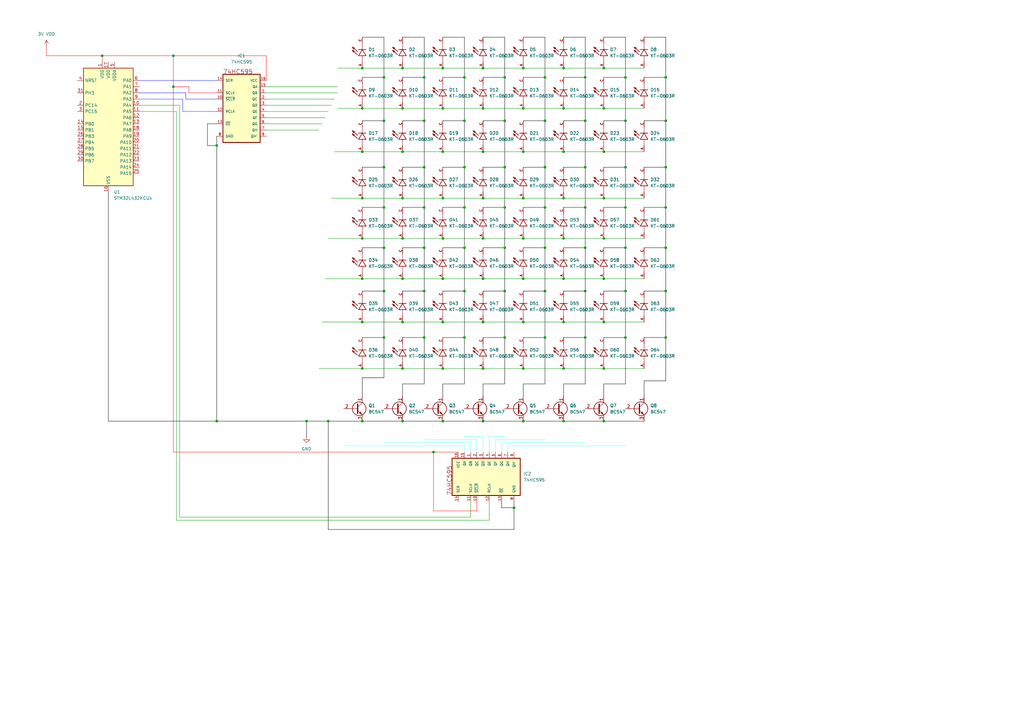
<source format=kicad_sch>
(kicad_sch (version 20250114) (generator "eeschema") (generator_version "9.0")
  (paper "A3")
  (lib_symbols
    (symbol "74HC595:74HC595" (pin_names (offset 1.016))
      (property "Reference" "IC" (at -7.6325 -17.8092 0))
      (property "Value" "74HC595" (at 0 0 0))
      (symbol "74HC595_0_0"
        (text "74HC595" (at -7.6285 12.7142 0) (effects (font (size 1.78 1.78)) (justify left bottom)))
        (pin input line (at -10.16 10.16 0) (length 2.54) (name "SER") (number "14"))
        (pin input line (at -10.16 5.08 0) (length 2.54) (name "SCLK") (number "11"))
        (pin input line (at -10.16 2.54 0) (length 2.54) (name "~{SCLR}") (number "10"))
        (pin input line (at -10.16 -2.54 0) (length 2.54) (name "RCLK") (number "12"))
        (pin input line (at -10.16 -7.62 0) (length 2.54) (name "~{OE}") (number "13"))
        (pin power_in line (at -10.16 -12.7 0) (length 2.54) (name "GND") (number "8"))
        (pin power_in line (at 10.16 10.16 180) (length 2.54) (name "VCC") (number "16"))
        (pin tri_state line (at 10.16 7.62 180) (length 2.54) (name "QA") (number "15"))
        (pin tri_state line (at 10.16 5.08 180) (length 2.54) (name "QB") (number "1"))
        (pin tri_state line (at 10.16 2.54 180) (length 2.54) (name "QC") (number "2"))
        (pin tri_state line (at 10.16 0 180) (length 2.54) (name "QD") (number "3"))
        (pin tri_state line (at 10.16 -2.54 180) (length 2.54) (name "QE") (number "4"))
        (pin tri_state line (at 10.16 -5.08 180) (length 2.54) (name "QF") (number "5"))
        (pin tri_state line (at 10.16 -7.62 180) (length 2.54) (name "QG") (number "6"))
        (pin tri_state line (at 10.16 -10.16 180) (length 2.54) (name "QH") (number "7"))
        (pin tri_state line (at 10.16 -12.7 180) (length 2.54) (name "QH'") (number "9"))
      )
    )
    (symbol "KT-0603R:KT-0603R" (pin_names (offset 1.016))
      (property "Reference" "D" (at -3.556 4.4958 0))
      (property "Value" "KT-0603R" (at -3.556 -3.302 0))
      (symbol "KT-0603R_0_0"
        (pin passive line (at -7.62 0 0) (length 2.54) (name "~") (number "A"))
        (pin passive line (at 5.08 0 180) (length 2.54) (name "~") (number "C"))
      )
    )
    (symbol "MCU_ST_STM32L4:STM32L432KCUx"
      (property "Reference" "U" (at -10.16 26.67 0))
      (property "Value" "STM32L432KCUx" (at 5.08 26.67 0))
      (symbol "STM32L432KCUx_1_1"
        (pin input line (at -12.7 20.32 0) (length 2.54) (name "NRST") (number "4"))
        (pin bidirectional line (at -12.7 15.24 0) (length 2.54) (name "PH3") (number "31"))
        (pin bidirectional line (at -12.7 10.16 0) (length 2.54) (name "PC14") (number "2"))
        (pin bidirectional line (at -12.7 7.62 0) (length 2.54) (name "PC15") (number "3"))
        (pin bidirectional line (at -12.7 2.54 0) (length 2.54) (name "PB0") (number "14"))
        (pin bidirectional line (at -12.7 0 0) (length 2.54) (name "PB1") (number "15"))
        (pin bidirectional line (at -12.7 -2.54 0) (length 2.54) (name "PB3") (number "26"))
        (pin bidirectional line (at -12.7 -5.08 0) (length 2.54) (name "PB4") (number "27"))
        (pin bidirectional line (at -12.7 -7.62 0) (length 2.54) (name "PB5") (number "28"))
        (pin bidirectional line (at -12.7 -10.16 0) (length 2.54) (name "PB6") (number "29"))
        (pin bidirectional line (at -12.7 -12.7 0) (length 2.54) (name "PB7") (number "30"))
        (pin power_in line (at -2.54 27.94 270) (length 2.54) (name "VDD") (number "1"))
        (pin power_in line (at 0 27.94 270) (length 2.54) (name "VDD") (number "17"))
        (pin power_in line (at 0 -25.4 90) (length 2.54) (name "VSS") (number "16"))
        (pin passive line (at 0 -25.4 90) (length 2.54) (hide yes) (name "VSS") (number "32"))
        (pin passive line (at 0 -25.4 90) (length 2.54) (hide yes) (name "VSS") (number "33"))
        (pin power_in line (at 2.54 27.94 270) (length 2.54) (name "VDDA") (number "5"))
        (pin bidirectional line (at 12.7 20.32 180) (length 2.54) (name "PA0") (number "6"))
        (pin bidirectional line (at 12.7 17.78 180) (length 2.54) (name "PA1") (number "7"))
        (pin bidirectional line (at 12.7 15.24 180) (length 2.54) (name "PA2") (number "8"))
        (pin bidirectional line (at 12.7 12.7 180) (length 2.54) (name "PA3") (number "9"))
        (pin bidirectional line (at 12.7 10.16 180) (length 2.54) (name "PA4") (number "10"))
        (pin bidirectional line (at 12.7 7.62 180) (length 2.54) (name "PA5") (number "11"))
        (pin bidirectional line (at 12.7 5.08 180) (length 2.54) (name "PA6") (number "12"))
        (pin bidirectional line (at 12.7 2.54 180) (length 2.54) (name "PA7") (number "13"))
        (pin bidirectional line (at 12.7 0 180) (length 2.54) (name "PA8") (number "18"))
        (pin bidirectional line (at 12.7 -2.54 180) (length 2.54) (name "PA9") (number "19"))
        (pin bidirectional line (at 12.7 -5.08 180) (length 2.54) (name "PA10") (number "20"))
        (pin bidirectional line (at 12.7 -7.62 180) (length 2.54) (name "PA11") (number "21"))
        (pin bidirectional line (at 12.7 -10.16 180) (length 2.54) (name "PA12") (number "22"))
        (pin bidirectional line (at 12.7 -12.7 180) (length 2.54) (name "PA13") (number "23"))
        (pin bidirectional line (at 12.7 -15.24 180) (length 2.54) (name "PA14") (number "24"))
        (pin bidirectional line (at 12.7 -17.78 180) (length 2.54) (name "PA15") (number "25"))
      )
    )
    (symbol "Transistor_BJT:BC547" (pin_names (offset 0) (hide yes))
      (property "Reference" "Q" (at 5.08 1.905 0))
      (property "Value" "BC547" (at 5.08 0 0))
      (symbol "BC547_1_1"
        (pin input line (at -5.08 0 0) (length 2.54) (name "B") (number "2"))
        (pin passive line (at 2.54 5.08 270) (length 2.54) (name "C") (number "1"))
        (pin passive line (at 2.54 -5.08 90) (length 2.54) (name "E") (number "3"))
      )
    )
    (symbol "power:GND" (power) (pin_numbers (hide yes)) (pin_names (offset 0) (hide yes))
      (property "Value" "GND" (at 0 -3.81 0))
      (symbol "GND_1_1"
        (pin power_in line (at 0 0 270) (length 0) (name "~") (number "1"))
      )
    )
    (symbol "power:VDD" (power) (pin_numbers (hide yes)) (pin_names (offset 0) (hide yes))
      (property "Value" "VDD" (at 0 3.556 0))
      (symbol "VDD_1_1"
        (pin power_in line (at 0 0 90) (length 0) (name "~") (number "1"))
      )
    )
  )
  (junction (at 198.12 27.94))
  (junction (at 148.59 132.08))
  (junction (at 198.12 62.23))
  (junction (at 247.65 114.3))
  (junction (at 198.12 132.08))
  (junction (at 190.5 49.53))
  (junction (at 157.48 85.09))
  (junction (at 165.1 44.45))
  (junction (at 173.99 85.09))
  (junction (at 240.03 85.09))
  (junction (at 240.03 119.38))
  (junction (at 223.52 138.43))
  (junction (at 214.63 172.72))
  (junction (at 273.05 68.58))
  (junction (at 165.1 81.28))
  (junction (at 181.61 132.08))
  (junction (at 214.63 44.45))
  (junction (at 273.05 101.6))
  (junction (at 173.99 49.53))
  (junction (at 198.12 97.79))
  (junction (at 256.54 101.6))
  (junction (at 157.48 68.58))
  (junction (at 198.12 172.72))
  (junction (at 148.59 97.79))
  (junction (at 173.99 68.58))
  (junction (at 273.05 85.09))
  (junction (at 148.59 62.23))
  (junction (at 157.48 49.53))
  (junction (at 273.05 49.53))
  (junction (at 273.05 31.75))
  (junction (at 231.14 132.08))
  (junction (at 181.61 27.94))
  (junction (at 247.65 62.23))
  (junction (at 231.14 62.23))
  (junction (at 247.65 132.08))
  (junction (at 190.5 138.43))
  (junction (at 148.59 44.45))
  (junction (at 256.54 68.58))
  (junction (at 231.14 172.72))
  (junction (at 165.1 114.3))
  (junction (at 256.54 119.38))
  (junction (at 198.12 81.28))
  (junction (at 273.05 119.38))
  (junction (at 256.54 138.43))
  (junction (at 214.63 27.94))
  (junction (at 181.61 81.28))
  (junction (at 190.5 101.6))
  (junction (at 71.12 22.86))
  (junction (at 181.61 172.72))
  (junction (at 190.5 85.09))
  (junction (at 177.8 185.42))
  (junction (at 223.52 101.6))
  (junction (at 165.1 132.08))
  (junction (at 148.59 114.3))
  (junction (at 210.82 208.28))
  (junction (at 207.01 138.43))
  (junction (at 198.12 151.13))
  (junction (at 240.03 49.53))
  (junction (at 223.52 31.75))
  (junction (at 148.59 81.28))
  (junction (at 240.03 138.43))
  (junction (at 165.1 62.23))
  (junction (at 41.91 22.86))
  (junction (at 247.65 97.79))
  (junction (at 214.63 62.23))
  (junction (at 71.12 35.56))
  (junction (at 223.52 49.53))
  (junction (at 198.12 44.45))
  (junction (at 165.1 97.79))
  (junction (at 157.48 138.43))
  (junction (at 256.54 49.53))
  (junction (at 165.1 172.72))
  (junction (at 190.5 31.75))
  (junction (at 207.01 49.53))
  (junction (at 240.03 31.75))
  (junction (at 157.48 119.38))
  (junction (at 231.14 151.13))
  (junction (at 214.63 132.08))
  (junction (at 157.48 101.6))
  (junction (at 181.61 97.79))
  (junction (at 247.65 172.72))
  (junction (at 223.52 119.38))
  (junction (at 247.65 81.28))
  (junction (at 181.61 114.3))
  (junction (at 214.63 81.28))
  (junction (at 231.14 81.28))
  (junction (at 181.61 62.23))
  (junction (at 134.62 172.72))
  (junction (at 247.65 27.94))
  (junction (at 214.63 97.79))
  (junction (at 190.5 68.58))
  (junction (at 231.14 44.45))
  (junction (at 88.9 172.72))
  (junction (at 247.65 44.45))
  (junction (at 173.99 31.75))
  (junction (at 181.61 151.13))
  (junction (at 273.05 138.43))
  (junction (at 247.65 151.13))
  (junction (at 125.73 172.72))
  (junction (at 240.03 101.6))
  (junction (at 148.59 27.94))
  (junction (at 173.99 138.43))
  (junction (at 148.59 172.72))
  (junction (at 214.63 114.3))
  (junction (at 231.14 97.79))
  (junction (at 198.12 114.3))
  (junction (at 256.54 31.75))
  (junction (at 207.01 119.38))
  (junction (at 165.1 27.94))
  (junction (at 214.63 151.13))
  (junction (at 223.52 85.09))
  (junction (at 256.54 85.09))
  (junction (at 207.01 101.6))
  (junction (at 223.52 68.58))
  (junction (at 240.03 68.58))
  (junction (at 207.01 68.58))
  (junction (at 173.99 119.38))
  (junction (at 231.14 27.94))
  (junction (at 207.01 85.09))
  (junction (at 231.14 114.3))
  (junction (at 190.5 119.38))
  (junction (at 148.59 151.13))
  (junction (at 207.01 31.75))
  (junction (at 157.48 31.75))
  (junction (at 165.1 151.13))
  (junction (at 88.9 59.69))
  (junction (at 173.99 101.6))
  (junction (at 181.61 44.45))
  (wire (pts (xy 181.61 44.45) (xy 198.12 44.45)))
  (wire (pts (xy 195.58 185.42) (xy 195.58 180.34)) (stroke (width 0) (color 75 253 255 1)))
  (wire (pts (xy 231.14 85.09) (xy 240.03 85.09)) (stroke (width 0) (color 0 0 0 1)))
  (wire (pts (xy 157.48 138.43) (xy 157.48 154.94)) (stroke (width 0) (color 0 0 0 1)))
  (wire (pts (xy 173.99 119.38) (xy 173.99 101.6)) (stroke (width 0) (color 0 0 0 1)))
  (wire (pts (xy 223.52 31.75) (xy 223.52 49.53)) (stroke (width 0) (color 0 0 0 1)))
  (wire (pts (xy 181.61 151.13) (xy 198.12 151.13)))
  (wire (pts (xy 264.16 31.75) (xy 273.05 31.75)) (stroke (width 0) (color 0 0 0 1)))
  (wire (pts (xy 240.03 68.58) (xy 240.03 85.09)) (stroke (width 0) (color 0 0 0 1)))
  (wire (pts (xy 247.65 162.56) (xy 247.65 157.48)) (stroke (width 0) (color 0 0 0 1)))
  (wire (pts (xy 181.61 31.75) (xy 190.5 31.75)) (stroke (width 0) (color 0 0 0 1)))
  (wire (pts (xy 148.59 132.08) (xy 165.1 132.08)))
  (wire (pts (xy 181.61 119.38) (xy 190.5 119.38)) (stroke (width 0) (color 0 0 0 1)))
  (wire (pts (xy 231.14 172.72) (xy 247.65 172.72)) (stroke (width 0) (color 0 0 0 1)))
  (wire (pts (xy 181.61 97.79) (xy 198.12 97.79)))
  (wire (pts (xy 109.22 38.1) (xy 138.43 38.1)))
  (wire (pts (xy 19.05 19.05) (xy 19.05 22.86)) (stroke (width 0) (color 253 0 0 1)))
  (wire (pts (xy 41.91 22.86) (xy 41.91 25.4)) (stroke (width 0) (color 253 0 0 1)))
  (wire (pts (xy 165.1 27.94) (xy 181.61 27.94)))
  (wire (pts (xy 264.16 119.38) (xy 273.05 119.38)) (stroke (width 0) (color 0 0 0 1)))
  (wire (pts (xy 223.52 15.24) (xy 223.52 31.75)) (stroke (width 0) (color 0 0 0 1)))
  (wire (pts (xy 88.9 50.8) (xy 85.09 50.8)) (stroke (width 0) (color 0 0 0 1)))
  (wire (pts (xy 138.43 35.56) (xy 109.22 35.56)))
  (wire (pts (xy 231.14 62.23) (xy 247.65 62.23)))
  (wire (pts (xy 173.99 49.53) (xy 173.99 31.75)) (stroke (width 0) (color 0 0 0 1)))
  (wire (pts (xy 198.12 138.43) (xy 207.01 138.43)) (stroke (width 0) (color 0 0 0 1)))
  (wire (pts (xy 198.12 15.24) (xy 207.01 15.24)) (stroke (width 0) (color 0 0 0 1)))
  (wire (pts (xy 190.5 31.75) (xy 190.5 49.53)) (stroke (width 0) (color 0 0 0 1)))
  (wire (pts (xy 247.65 157.48) (xy 256.54 157.48)) (stroke (width 0) (color 0 0 0 1)))
  (wire (pts (xy 88.9 40.64) (xy 76.2 40.64)) (stroke (width 0) (color 0 3 255 1)))
  (wire (pts (xy 148.59 81.28) (xy 165.1 81.28)))
  (wire (pts (xy 148.59 97.79) (xy 165.1 97.79)))
  (wire (pts (xy 198.12 31.75) (xy 207.01 31.75)) (stroke (width 0) (color 0 0 0 1)))
  (wire (pts (xy 247.65 68.58) (xy 256.54 68.58)) (stroke (width 0) (color 0 0 0 1)))
  (wire (pts (xy 165.1 162.56) (xy 165.1 157.48)) (stroke (width 0) (color 0 0 0 1)))
  (wire (pts (xy 157.48 101.6) (xy 157.48 119.38)) (stroke (width 0) (color 0 0 0 1)))
  (wire (pts (xy 72.39 45.72) (xy 57.15 45.72)))
  (wire (pts (xy 231.14 119.38) (xy 240.03 119.38)) (stroke (width 0) (color 0 0 0 1)))
  (wire (pts (xy 256.54 85.09) (xy 256.54 101.6)) (stroke (width 0) (color 0 0 0 1)))
  (wire (pts (xy 165.1 31.75) (xy 173.99 31.75)) (stroke (width 0) (color 0 0 0 1)))
  (wire (pts (xy 165.1 97.79) (xy 181.61 97.79)))
  (wire (pts (xy 157.48 15.24) (xy 157.48 31.75)) (stroke (width 0) (color 0 0 0 1)))
  (wire (pts (xy 214.63 15.24) (xy 223.52 15.24)) (stroke (width 0) (color 0 0 0 1)))
  (wire (pts (xy 148.59 114.3) (xy 165.1 114.3)))
  (wire (pts (xy 198.12 185.42) (xy 198.12 179.07)) (stroke (width 0) (color 75 253 255 1)))
  (wire (pts (xy 273.05 49.53) (xy 273.05 68.58)) (stroke (width 0) (color 0 0 0 1)))
  (wire (pts (xy 109.22 22.86) (xy 71.12 22.86)) (stroke (width 0) (color 253 0 0 1)))
  (wire (pts (xy 256.54 15.24) (xy 256.54 31.75)) (stroke (width 0) (color 0 0 0 1)))
  (wire (pts (xy 148.59 172.72) (xy 165.1 172.72)) (stroke (width 0) (color 0 0 0 1)))
  (wire (pts (xy 165.1 157.48) (xy 173.99 157.48)) (stroke (width 0) (color 0 0 0 1)))
  (wire (pts (xy 57.15 43.18) (xy 73.66 43.18)))
  (wire (pts (xy 264.16 162.56) (xy 264.16 156.21)) (stroke (width 0) (color 0 0 0 1)))
  (wire (pts (xy 190.5 157.48) (xy 190.5 138.43)) (stroke (width 0) (color 0 0 0 1)))
  (wire (pts (xy 74.93 40.64) (xy 74.93 45.72)) (stroke (width 0) (color 0 33 255 1)))
  (wire (pts (xy 214.63 31.75) (xy 223.52 31.75)) (stroke (width 0) (color 0 0 0 1)))
  (wire (pts (xy 109.22 43.18) (xy 135.89 43.18)))
  (wire (pts (xy 148.59 119.38) (xy 157.48 119.38)) (stroke (width 0) (color 0 0 0 1)))
  (wire (pts (xy 214.63 97.79) (xy 231.14 97.79)))
  (wire (pts (xy 223.52 138.43) (xy 214.63 138.43)) (stroke (width 0) (color 0 0 0 1)))
  (wire (pts (xy 74.93 45.72) (xy 88.9 45.72)) (stroke (width 0) (color 0 33 255 1)))
  (wire (pts (xy 231.14 31.75) (xy 240.03 31.75)) (stroke (width 0) (color 0 0 0 1)))
  (wire (pts (xy 200.66 205.74) (xy 200.66 213.36)))
  (wire (pts (xy 148.59 138.43) (xy 157.48 138.43)) (stroke (width 0) (color 0 0 0 1)))
  (wire (pts (xy 190.5 101.6) (xy 190.5 119.38)) (stroke (width 0) (color 0 0 0 1)))
  (wire (pts (xy 214.63 162.56) (xy 214.63 157.48)) (stroke (width 0) (color 0 0 0 1)))
  (wire (pts (xy 138.43 27.94) (xy 148.59 27.94)))
  (wire (pts (xy 85.09 59.69) (xy 88.9 59.69)) (stroke (width 0) (color 0 0 0 1)))
  (wire (pts (xy 200.66 179.07) (xy 200.66 185.42)) (stroke (width 0) (color 75 253 255 1)))
  (wire (pts (xy 256.54 101.6) (xy 256.54 119.38)) (stroke (width 0) (color 0 0 0 1)))
  (wire (pts (xy 207.01 31.75) (xy 207.01 49.53)) (stroke (width 0) (color 0 0 0 1)))
  (wire (pts (xy 187.96 185.42) (xy 177.8 185.42)) (stroke (width 0) (color 253 0 0 1)))
  (wire (pts (xy 273.05 138.43) (xy 264.16 138.43)) (stroke (width 0) (color 0 0 0 1)))
  (wire (pts (xy 214.63 49.53) (xy 223.52 49.53)) (stroke (width 0) (color 0 0 0 1)))
  (wire (pts (xy 273.05 31.75) (xy 273.05 49.53)) (stroke (width 0) (color 0 0 0 1)))
  (wire (pts (xy 148.59 85.09) (xy 157.48 85.09)) (stroke (width 0) (color 0 0 0 1)))
  (wire (pts (xy 181.61 138.43) (xy 190.5 138.43)) (stroke (width 0) (color 0 0 0 1)))
  (wire (pts (xy 165.1 81.28) (xy 181.61 81.28)))
  (wire (pts (xy 190.5 119.38) (xy 190.5 138.43)) (stroke (width 0) (color 0 0 0 1)))
  (wire (pts (xy 247.65 27.94) (xy 264.16 27.94)))
  (wire (pts (xy 247.65 81.28) (xy 264.16 81.28)))
  (wire (pts (xy 77.47 35.56) (xy 71.12 35.56)) (stroke (width 0) (color 255 0 22 1)))
  (wire (pts (xy 165.1 62.23) (xy 181.61 62.23)))
  (wire (pts (xy 247.65 97.79) (xy 264.16 97.79)))
  (wire (pts (xy 135.89 81.28) (xy 148.59 81.28)))
  (wire (pts (xy 137.16 62.23) (xy 148.59 62.23)))
  (wire (pts (xy 198.12 44.45) (xy 214.63 44.45)))
  (wire (pts (xy 71.12 185.42) (xy 71.12 35.56)) (stroke (width 0) (color 253 0 0 1)))
  (wire (pts (xy 134.62 172.72) (xy 134.62 217.17)) (stroke (width 0) (color 0 0 0 1)))
  (wire (pts (xy 173.99 101.6) (xy 173.99 85.09)) (stroke (width 0) (color 0 0 0 1)))
  (wire (pts (xy 231.14 15.24) (xy 240.03 15.24)) (stroke (width 0) (color 0 0 0 1)))
  (wire (pts (xy 44.45 78.74) (xy 44.45 172.72)) (stroke (width 0) (color 0 0 0 1)))
  (wire (pts (xy 132.08 132.08) (xy 148.59 132.08)))
  (wire (pts (xy 165.1 49.53) (xy 173.99 49.53)) (stroke (width 0) (color 0 0 0 1)))
  (wire (pts (xy 190.5 185.42) (xy 190.5 182.88)) (stroke (width 0) (color 75 253 255 1)))
  (wire (pts (xy 214.63 157.48) (xy 223.52 157.48)) (stroke (width 0) (color 0 0 0 1)))
  (wire (pts (xy 273.05 119.38) (xy 273.05 138.43)) (stroke (width 0) (color 0 0 0 1)))
  (wire (pts (xy 76.2 38.1) (xy 57.15 38.1)) (stroke (width 0) (color 0 3 255 1)))
  (wire (pts (xy 73.66 212.09) (xy 193.04 212.09)))
  (wire (pts (xy 223.52 85.09) (xy 223.52 101.6)) (stroke (width 0) (color 0 0 0 1)))
  (wire (pts (xy 198.12 151.13) (xy 214.63 151.13)))
  (wire (pts (xy 273.05 15.24) (xy 273.05 31.75)) (stroke (width 0) (color 0 0 0 1)))
  (wire (pts (xy 264.16 49.53) (xy 273.05 49.53)) (stroke (width 0) (color 0 0 0 1)))
  (wire (pts (xy 240.03 49.53) (xy 240.03 68.58)) (stroke (width 0) (color 0 0 0 1)))
  (wire (pts (xy 208.28 182.88) (xy 256.54 182.88)) (stroke (width 0) (color 75 253 255 1)))
  (wire (pts (xy 247.65 15.24) (xy 256.54 15.24)) (stroke (width 0) (color 0 0 0 1)))
  (wire (pts (xy 210.82 217.17) (xy 210.82 208.28)) (stroke (width 0) (color 0 0 0 1)))
  (wire (pts (xy 181.61 81.28) (xy 198.12 81.28)))
  (wire (pts (xy 205.74 181.61) (xy 205.74 185.42)) (stroke (width 0) (color 75 253 255 1)))
  (wire (pts (xy 165.1 68.58) (xy 173.99 68.58)) (stroke (width 0) (color 0 0 0 1)))
  (wire (pts (xy 198.12 101.6) (xy 207.01 101.6)) (stroke (width 0) (color 0 0 0 1)))
  (wire (pts (xy 72.39 213.36) (xy 72.39 45.72)))
  (wire (pts (xy 181.61 27.94) (xy 198.12 27.94)))
  (wire (pts (xy 190.5 49.53) (xy 190.5 68.58)) (stroke (width 0) (color 0 0 0 1)))
  (wire (pts (xy 71.12 35.56) (xy 71.12 22.86)) (stroke (width 0) (color 253 0 0 1)))
  (wire (pts (xy 165.1 114.3) (xy 181.61 114.3)))
  (wire (pts (xy 148.59 62.23) (xy 165.1 62.23)))
  (wire (pts (xy 173.99 138.43) (xy 173.99 119.38)) (stroke (width 0) (color 0 0 0 1)))
  (wire (pts (xy 44.45 172.72) (xy 88.9 172.72)) (stroke (width 0) (color 0 0 0 1)))
  (wire (pts (xy 207.01 119.38) (xy 207.01 138.43)) (stroke (width 0) (color 0 0 0 1)))
  (wire (pts (xy 165.1 15.24) (xy 173.99 15.24)) (stroke (width 0) (color 0 0 0 1)))
  (wire (pts (xy 240.03 119.38) (xy 240.03 138.43)) (stroke (width 0) (color 0 0 0 1)))
  (wire (pts (xy 157.48 31.75) (xy 157.48 49.53)) (stroke (width 0) (color 0 0 0 1)))
  (wire (pts (xy 207.01 49.53) (xy 207.01 68.58)) (stroke (width 0) (color 0 0 0 1)))
  (wire (pts (xy 247.65 138.43) (xy 256.54 138.43)) (stroke (width 0) (color 0 0 0 1)))
  (wire (pts (xy 148.59 151.13) (xy 165.1 151.13)))
  (wire (pts (xy 240.03 85.09) (xy 240.03 101.6)) (stroke (width 0) (color 0 0 0 1)))
  (wire (pts (xy 173.99 85.09) (xy 173.99 68.58)) (stroke (width 0) (color 0 0 0 1)))
  (wire (pts (xy 165.1 101.6) (xy 173.99 101.6)) (stroke (width 0) (color 0 0 0 1)))
  (wire (pts (xy 273.05 101.6) (xy 273.05 119.38)) (stroke (width 0) (color 0 0 0 1)))
  (wire (pts (xy 134.62 172.72) (xy 148.59 172.72)) (stroke (width 0) (color 0 0 0 1)))
  (wire (pts (xy 231.14 44.45) (xy 247.65 44.45)))
  (wire (pts (xy 198.12 157.48) (xy 207.01 157.48)) (stroke (width 0) (color 0 0 0 1)))
  (wire (pts (xy 264.16 85.09) (xy 273.05 85.09)) (stroke (width 0) (color 0 0 0 1)))
  (wire (pts (xy 240.03 181.61) (xy 205.74 181.61)) (stroke (width 0) (color 75 253 255 1)))
  (wire (pts (xy 273.05 85.09) (xy 273.05 101.6)) (stroke (width 0) (color 0 0 0 1)))
  (wire (pts (xy 157.48 68.58) (xy 157.48 85.09)) (stroke (width 0) (color 0 0 0 1)))
  (wire (pts (xy 181.61 172.72) (xy 198.12 172.72)) (stroke (width 0) (color 0 0 0 1)))
  (wire (pts (xy 193.04 181.61) (xy 157.48 181.61)) (stroke (width 0) (color 75 253 255 1)))
  (wire (pts (xy 231.14 27.94) (xy 247.65 27.94)))
  (wire (pts (xy 134.62 217.17) (xy 210.82 217.17)) (stroke (width 0) (color 0 0 0 1)))
  (wire (pts (xy 77.47 38.1) (xy 77.47 35.56)) (stroke (width 0) (color 255 0 22 1)))
  (wire (pts (xy 125.73 172.72) (xy 134.62 172.72)) (stroke (width 0) (color 0 0 0 1)))
  (wire (pts (xy 133.35 114.3) (xy 148.59 114.3)))
  (wire (pts (xy 198.12 68.58) (xy 207.01 68.58)) (stroke (width 0) (color 0 0 0 1)))
  (wire (pts (xy 181.61 132.08) (xy 198.12 132.08)))
  (wire (pts (xy 198.12 132.08) (xy 214.63 132.08)))
  (wire (pts (xy 256.54 49.53) (xy 256.54 68.58)) (stroke (width 0) (color 0 0 0 1)))
  (wire (pts (xy 109.22 50.8) (xy 132.08 50.8)))
  (wire (pts (xy 214.63 132.08) (xy 231.14 132.08)))
  (wire (pts (xy 109.22 48.26) (xy 133.35 48.26)))
  (wire (pts (xy 138.43 44.45) (xy 148.59 44.45)))
  (wire (pts (xy 223.52 49.53) (xy 223.52 68.58)) (stroke (width 0) (color 0 0 0 1)))
  (wire (pts (xy 198.12 62.23) (xy 214.63 62.23)))
  (wire (pts (xy 88.9 59.69) (xy 88.9 172.72)) (stroke (width 0) (color 0 0 0 1)))
  (wire (pts (xy 57.15 33.02) (xy 88.9 33.02)) (stroke (width 0) (color 4 0 255 1)))
  (wire (pts (xy 173.99 68.58) (xy 173.99 49.53)) (stroke (width 0) (color 0 0 0 1)))
  (wire (pts (xy 88.9 172.72) (xy 125.73 172.72)) (stroke (width 0) (color 0 0 0 1)))
  (wire (pts (xy 231.14 162.56) (xy 231.14 157.48)) (stroke (width 0) (color 0 0 0 1)))
  (wire (pts (xy 71.12 22.86) (xy 41.91 22.86)) (stroke (width 0) (color 253 0 0 1)))
  (wire (pts (xy 247.65 44.45) (xy 264.16 44.45)))
  (wire (pts (xy 198.12 97.79) (xy 214.63 97.79)))
  (wire (pts (xy 173.99 157.48) (xy 173.99 138.43)) (stroke (width 0) (color 0 0 0 1)))
  (wire (pts (xy 109.22 33.02) (xy 109.22 22.86)) (stroke (width 0) (color 253 0 0 1)))
  (wire (pts (xy 177.8 185.42) (xy 71.12 185.42)) (stroke (width 0) (color 253 0 0 1)))
  (wire (pts (xy 173.99 31.75) (xy 173.99 15.24)) (stroke (width 0) (color 0 0 0 1)))
  (wire (pts (xy 148.59 101.6) (xy 157.48 101.6)) (stroke (width 0) (color 0 0 0 1)))
  (wire (pts (xy 148.59 27.94) (xy 165.1 27.94)))
  (wire (pts (xy 231.14 101.6) (xy 240.03 101.6)) (stroke (width 0) (color 0 0 0 1)))
  (wire (pts (xy 214.63 114.3) (xy 231.14 114.3)))
  (wire (pts (xy 88.9 55.88) (xy 88.9 59.69)) (stroke (width 0) (color 0 0 0 1)))
  (wire (pts (xy 57.15 40.64) (xy 74.93 40.64)) (stroke (width 0) (color 0 33 255 1)))
  (wire (pts (xy 247.65 85.09) (xy 256.54 85.09)) (stroke (width 0) (color 0 0 0 1)))
  (wire (pts (xy 214.63 27.94) (xy 231.14 27.94)))
  (wire (pts (xy 198.12 81.28) (xy 214.63 81.28)))
  (wire (pts (xy 214.63 151.13) (xy 231.14 151.13)))
  (wire (pts (xy 19.05 22.86) (xy 41.91 22.86)) (stroke (width 0) (color 253 0 0 1)))
  (wire (pts (xy 85.09 50.8) (xy 85.09 59.69)) (stroke (width 0) (color 0 0 0 1)))
  (wire (pts (xy 240.03 31.75) (xy 240.03 49.53)) (stroke (width 0) (color 0 0 0 1)))
  (wire (pts (xy 231.14 49.53) (xy 240.03 49.53)) (stroke (width 0) (color 0 0 0 1)))
  (wire (pts (xy 240.03 15.24) (xy 240.03 31.75)) (stroke (width 0) (color 0 0 0 1)))
  (wire (pts (xy 165.1 44.45) (xy 181.61 44.45)))
  (wire (pts (xy 109.22 53.34) (xy 130.81 53.34)))
  (wire (pts (xy 165.1 172.72) (xy 181.61 172.72)) (stroke (width 0) (color 0 0 0 1)))
  (wire (pts (xy 125.73 172.72) (xy 125.73 179.07)) (stroke (width 0) (color 0 0 0 1)))
  (wire (pts (xy 247.65 114.3) (xy 264.16 114.3)))
  (wire (pts (xy 198.12 172.72) (xy 214.63 172.72)) (stroke (width 0) (color 0 0 0 1)))
  (wire (pts (xy 223.52 101.6) (xy 223.52 119.38)) (stroke (width 0) (color 0 0 0 1)))
  (wire (pts (xy 231.14 157.48) (xy 240.03 157.48)) (stroke (width 0) (color 0 0 0 1)))
  (wire (pts (xy 207.01 179.07) (xy 200.66 179.07)) (stroke (width 0) (color 75 253 255 1)))
  (wire (pts (xy 214.63 81.28) (xy 231.14 81.28)))
  (wire (pts (xy 203.2 185.42) (xy 203.2 180.34)) (stroke (width 0) (color 75 253 255 1)))
  (wire (pts (xy 177.8 185.42) (xy 177.8 209.55)) (stroke (width 0) (color 253 0 0 1)))
  (wire (pts (xy 190.5 182.88) (xy 140.97 182.88)) (stroke (width 0) (color 75 253 255 1)))
  (wire (pts (xy 76.2 40.64) (xy 76.2 38.1)) (stroke (width 0) (color 0 3 255 1)))
  (wire (pts (xy 198.12 27.94) (xy 214.63 27.94)))
  (wire (pts (xy 207.01 15.24) (xy 207.01 31.75)) (stroke (width 0) (color 0 0 0 1)))
  (wire (pts (xy 181.61 68.58) (xy 190.5 68.58)) (stroke (width 0) (color 0 0 0 1)))
  (wire (pts (xy 231.14 132.08) (xy 247.65 132.08)))
  (wire (pts (xy 247.65 172.72) (xy 264.16 172.72)) (stroke (width 0) (color 0 0 0 1)))
  (wire (pts (xy 256.54 119.38) (xy 256.54 138.43)) (stroke (width 0) (color 0 0 0 1)))
  (wire (pts (xy 214.63 68.58) (xy 223.52 68.58)) (stroke (width 0) (color 0 0 0 1)))
  (wire (pts (xy 173.99 138.43) (xy 165.1 138.43)) (stroke (width 0) (color 0 0 0 1)))
  (wire (pts (xy 214.63 101.6) (xy 223.52 101.6)) (stroke (width 0) (color 0 0 0 1)))
  (wire (pts (xy 256.54 157.48) (xy 256.54 138.43)) (stroke (width 0) (color 0 0 0 1)))
  (wire (pts (xy 210.82 208.28) (xy 205.74 208.28)) (stroke (width 0) (color 0 0 0 1)))
  (wire (pts (xy 207.01 101.6) (xy 207.01 119.38)) (stroke (width 0) (color 0 0 0 1)))
  (wire (pts (xy 207.01 85.09) (xy 207.01 101.6)) (stroke (width 0) (color 0 0 0 1)))
  (wire (pts (xy 165.1 132.08) (xy 181.61 132.08)))
  (wire (pts (xy 165.1 85.09) (xy 173.99 85.09)) (stroke (width 0) (color 0 0 0 1)))
  (wire (pts (xy 181.61 15.24) (xy 190.5 15.24)) (stroke (width 0) (color 0 0 0 1)))
  (wire (pts (xy 264.16 101.6) (xy 273.05 101.6)) (stroke (width 0) (color 0 0 0 1)))
  (wire (pts (xy 181.61 62.23) (xy 198.12 62.23)))
  (wire (pts (xy 165.1 151.13) (xy 181.61 151.13)))
  (wire (pts (xy 198.12 85.09) (xy 207.01 85.09)) (stroke (width 0) (color 0 0 0 1)))
  (wire (pts (xy 195.58 180.34) (xy 173.99 180.34)) (stroke (width 0) (color 75 253 255 1)))
  (wire (pts (xy 231.14 138.43) (xy 240.03 138.43)) (stroke (width 0) (color 0 0 0 1)))
  (wire (pts (xy 208.28 185.42) (xy 208.28 182.88)) (stroke (width 0) (color 75 253 255 1)))
  (wire (pts (xy 181.61 101.6) (xy 190.5 101.6)) (stroke (width 0) (color 0 0 0 1)))
  (wire (pts (xy 157.48 85.09) (xy 157.48 101.6)) (stroke (width 0) (color 0 0 0 1)))
  (wire (pts (xy 198.12 119.38) (xy 207.01 119.38)) (stroke (width 0) (color 0 0 0 1)))
  (wire (pts (xy 181.61 85.09) (xy 190.5 85.09)) (stroke (width 0) (color 0 0 0 1)))
  (wire (pts (xy 148.59 44.45) (xy 165.1 44.45)))
  (wire (pts (xy 193.04 212.09) (xy 193.04 205.74)))
  (wire (pts (xy 198.12 49.53) (xy 207.01 49.53)) (stroke (width 0) (color 0 0 0 1)))
  (wire (pts (xy 240.03 157.48) (xy 240.03 138.43)) (stroke (width 0) (color 0 0 0 1)))
  (wire (pts (xy 247.65 151.13) (xy 264.16 151.13)))
  (wire (pts (xy 198.12 179.07) (xy 190.5 179.07)) (stroke (width 0) (color 75 253 255 1)))
  (wire (pts (xy 247.65 101.6) (xy 256.54 101.6)) (stroke (width 0) (color 0 0 0 1)))
  (wire (pts (xy 148.59 68.58) (xy 157.48 68.58)) (stroke (width 0) (color 0 0 0 1)))
  (wire (pts (xy 223.52 119.38) (xy 223.52 138.43)) (stroke (width 0) (color 0 0 0 1)))
  (wire (pts (xy 231.14 68.58) (xy 240.03 68.58)) (stroke (width 0) (color 0 0 0 1)))
  (wire (pts (xy 165.1 119.38) (xy 173.99 119.38)) (stroke (width 0) (color 0 0 0 1)))
  (wire (pts (xy 247.65 132.08) (xy 264.16 132.08)))
  (wire (pts (xy 157.48 119.38) (xy 157.48 138.43)) (stroke (width 0) (color 0 0 0 1)))
  (wire (pts (xy 264.16 156.21) (xy 273.05 156.21)) (stroke (width 0) (color 0 0 0 1)))
  (wire (pts (xy 109.22 45.72) (xy 134.62 45.72)))
  (wire (pts (xy 205.74 208.28) (xy 205.74 205.74)) (stroke (width 0) (color 0 0 0 1)))
  (wire (pts (xy 157.48 15.24) (xy 148.59 15.24)) (stroke (width 0) (color 0 0 0 1)))
  (wire (pts (xy 214.63 85.09) (xy 223.52 85.09)) (stroke (width 0) (color 0 0 0 1)))
  (wire (pts (xy 148.59 154.94) (xy 157.48 154.94)) (stroke (width 0) (color 0 0 0 1)))
  (wire (pts (xy 193.04 185.42) (xy 193.04 181.61)) (stroke (width 0) (color 75 253 255 1)))
  (wire (pts (xy 200.66 213.36) (xy 72.39 213.36)))
  (wire (pts (xy 88.9 38.1) (xy 77.47 38.1)) (stroke (width 0) (color 255 0 22 1)))
  (wire (pts (xy 181.61 157.48) (xy 190.5 157.48)) (stroke (width 0) (color 0 0 0 1)))
  (wire (pts (xy 247.65 119.38) (xy 256.54 119.38)) (stroke (width 0) (color 0 0 0 1)))
  (wire (pts (xy 190.5 85.09) (xy 190.5 101.6)) (stroke (width 0) (color 0 0 0 1)))
  (wire (pts (xy 203.2 180.34) (xy 223.52 180.34)) (stroke (width 0) (color 75 253 255 1)))
  (wire (pts (xy 247.65 31.75) (xy 256.54 31.75)) (stroke (width 0) (color 0 0 0 1)))
  (wire (pts (xy 148.59 162.56) (xy 148.59 154.94)) (stroke (width 0) (color 0 0 0 1)))
  (wire (pts (xy 181.61 49.53) (xy 190.5 49.53)) (stroke (width 0) (color 0 0 0 1)))
  (wire (pts (xy 148.59 31.75) (xy 157.48 31.75)) (stroke (width 0) (color 0 0 0 1)))
  (wire (pts (xy 247.65 49.53) (xy 256.54 49.53)) (stroke (width 0) (color 0 0 0 1)))
  (wire (pts (xy 73.66 43.18) (xy 73.66 212.09)))
  (wire (pts (xy 134.62 97.79) (xy 148.59 97.79)))
  (wire (pts (xy 240.03 101.6) (xy 240.03 119.38)) (stroke (width 0) (color 0 0 0 1)))
  (wire (pts (xy 198.12 114.3) (xy 214.63 114.3)))
  (wire (pts (xy 223.52 157.48) (xy 223.52 138.43)) (stroke (width 0) (color 0 0 0 1)))
  (wire (pts (xy 207.01 157.48) (xy 207.01 138.43)) (stroke (width 0) (color 0 0 0 1)))
  (wire (pts (xy 109.22 40.64) (xy 137.16 40.64)))
  (wire (pts (xy 195.58 209.55) (xy 195.58 205.74)) (stroke (width 0) (color 253 0 0 1)))
  (wire (pts (xy 214.63 62.23) (xy 231.14 62.23)))
  (wire (pts (xy 190.5 68.58) (xy 190.5 85.09)) (stroke (width 0) (color 0 0 0 1)))
  (wire (pts (xy 223.52 68.58) (xy 223.52 85.09)) (stroke (width 0) (color 0 0 0 1)))
  (wire (pts (xy 247.65 62.23) (xy 264.16 62.23)))
  (wire (pts (xy 264.16 15.24) (xy 273.05 15.24)) (stroke (width 0) (color 0 0 0 1)))
  (wire (pts (xy 264.16 68.58) (xy 273.05 68.58)) (stroke (width 0) (color 0 0 0 1)))
  (wire (pts (xy 198.12 162.56) (xy 198.12 157.48)) (stroke (width 0) (color 0 0 0 1)))
  (wire (pts (xy 214.63 172.72) (xy 231.14 172.72)) (stroke (width 0) (color 0 0 0 1)))
  (wire (pts (xy 231.14 114.3) (xy 247.65 114.3)))
  (wire (pts (xy 256.54 31.75) (xy 256.54 49.53)) (stroke (width 0) (color 0 0 0 1)))
  (wire (pts (xy 214.63 119.38) (xy 223.52 119.38)) (stroke (width 0) (color 0 0 0 1)))
  (wire (pts (xy 210.82 208.28) (xy 210.82 205.74)) (stroke (width 0) (color 0 0 0 1)))
  (wire (pts (xy 130.81 151.13) (xy 148.59 151.13)))
  (wire (pts (xy 231.14 97.79) (xy 247.65 97.79)))
  (wire (pts (xy 181.61 162.56) (xy 181.61 157.48)) (stroke (width 0) (color 0 0 0 1)))
  (wire (pts (xy 157.48 49.53) (xy 157.48 68.58)) (stroke (width 0) (color 0 0 0 1)))
  (wire (pts (xy 256.54 68.58) (xy 256.54 85.09)) (stroke (width 0) (color 0 0 0 1)))
  (wire (pts (xy 207.01 68.58) (xy 207.01 85.09)) (stroke (width 0) (color 0 0 0 1)))
  (wire (pts (xy 273.05 68.58) (xy 273.05 85.09)) (stroke (width 0) (color 0 0 0 1)))
  (wire (pts (xy 231.14 151.13) (xy 247.65 151.13)))
  (wire (pts (xy 231.14 81.28) (xy 247.65 81.28)))
  (wire (pts (xy 214.63 44.45) (xy 231.14 44.45)))
  (wire (pts (xy 273.05 156.21) (xy 273.05 138.43)) (stroke (width 0) (color 0 0 0 1)))
  (wire (pts (xy 177.8 209.55) (xy 195.58 209.55)) (stroke (width 0) (color 253 0 0 1)))
  (wire (pts (xy 148.59 49.53) (xy 157.48 49.53)) (stroke (width 0) (color 0 0 0 1)))
  (wire (pts (xy 181.61 114.3) (xy 198.12 114.3)))
  (wire (pts (xy 190.5 15.24) (xy 190.5 31.75)) (stroke (width 0) (color 0 0 0 1)))
  (symbol (lib_id "power:VDD") (at 19.05 19.05 0) (unit 1)
    (property "Reference" "#PWR02" (effects (hide yes)))
    (property "Value" "3V VDD" (at 19.05 13.97 0))
    (property "Description" "Power symbol creates a global label with name \"VDD\"" (effects (hide yes)))
  )
  (symbol (lib_id "Transistor_BJT:BC547") (at 245.11 167.64 0) (unit 1)
    (property "Reference" "Q7" (at 250.19 166.3699 0) (effects (justify left)))
    (property "Value" "BC547" (at 250.19 168.9099 0) (effects (justify left)))
    (property "Footprint" "Package_TO_SOT_THT:TO-92_Inline" (effects (hide yes)))
    (property "Datasheet" "https://www.onsemi.com/pub/Collateral/BC550-D.pdf" (effects (hide yes)))
    (property "Description" "0.1A Ic, 45V Vce, Small Signal NPN Transistor, TO-92" (effects (hide yes)))
  )
  (symbol (lib_id "KT-0603R:KT-0603R") (at 165.1 73.66 90) (unit 1)
    (property "Reference" "D26" (at 167.64 73.6599 90) (effects (justify right)))
    (property "Value" "KT-0603R" (at 167.64 76.1999 90) (effects (justify right)))
    (property "Footprint" "KT-0603R:LED_KT-0603R" (effects (hide yes)))
    (property "MF" "Hubei KENTO Elec" (effects (hide yes)))
    (property "MAXIMUM_PACKAGE_HEIGHT" "0.65mm" (effects (hide yes)))
    (property "Package" "Package" (effects (hide yes)))
    (property "Price" "None" (effects (hide yes)))
    (property "Check_prices" "https://www.snapeda.com/parts/KT-0603R/Hubei+KENTO+Elec/view-part/?ref=eda" (effects (hide yes)))
    (property "STANDARD" "Manufacturer Recommendations" (effects (hide yes)))
    (property "PARTREV" "2013/01/24" (effects (hide yes)))
    (property "SnapEDA_Link" "https://www.snapeda.com/parts/KT-0603R/Hubei+KENTO+Elec/view-part/?ref=snap" (effects (hide yes)))
    (property "MP" "KT-0603R" (effects (hide yes)))
    (property "Description_1" "Red 0603 Light Emitting Diodes" (effects (hide yes)))
    (property "Availability" "Not in stock" (effects (hide yes)))
    (property "MANUFACTURER" "Hubei KENTO Elec" (effects (hide yes)))
  )
  (symbol (lib_id "KT-0603R:KT-0603R") (at 214.63 20.32 90) (unit 1)
    (property "Reference" "D5" (at 217.17 20.3199 90) (effects (justify right)))
    (property "Value" "KT-0603R" (at 217.17 22.8599 90) (effects (justify right)))
    (property "Footprint" "KT-0603R:LED_KT-0603R" (effects (hide yes)))
    (property "MF" "Hubei KENTO Elec" (effects (hide yes)))
    (property "MAXIMUM_PACKAGE_HEIGHT" "0.65mm" (effects (hide yes)))
    (property "Package" "Package" (effects (hide yes)))
    (property "Price" "None" (effects (hide yes)))
    (property "Check_prices" "https://www.snapeda.com/parts/KT-0603R/Hubei+KENTO+Elec/view-part/?ref=eda" (effects (hide yes)))
    (property "STANDARD" "Manufacturer Recommendations" (effects (hide yes)))
    (property "PARTREV" "2013/01/24" (effects (hide yes)))
    (property "SnapEDA_Link" "https://www.snapeda.com/parts/KT-0603R/Hubei+KENTO+Elec/view-part/?ref=snap" (effects (hide yes)))
    (property "MP" "KT-0603R" (effects (hide yes)))
    (property "Description_1" "Red 0603 Light Emitting Diodes" (effects (hide yes)))
    (property "Availability" "Not in stock" (effects (hide yes)))
    (property "MANUFACTURER" "Hubei KENTO Elec" (effects (hide yes)))
  )
  (symbol (lib_id "KT-0603R:KT-0603R") (at 214.63 36.83 90) (unit 1)
    (property "Reference" "D13" (at 217.17 36.8299 90) (effects (justify right)))
    (property "Value" "KT-0603R" (at 217.17 39.3699 90) (effects (justify right)))
    (property "Footprint" "KT-0603R:LED_KT-0603R" (effects (hide yes)))
    (property "MF" "Hubei KENTO Elec" (effects (hide yes)))
    (property "MAXIMUM_PACKAGE_HEIGHT" "0.65mm" (effects (hide yes)))
    (property "Package" "Package" (effects (hide yes)))
    (property "Price" "None" (effects (hide yes)))
    (property "Check_prices" "https://www.snapeda.com/parts/KT-0603R/Hubei+KENTO+Elec/view-part/?ref=eda" (effects (hide yes)))
    (property "STANDARD" "Manufacturer Recommendations" (effects (hide yes)))
    (property "PARTREV" "2013/01/24" (effects (hide yes)))
    (property "SnapEDA_Link" "https://www.snapeda.com/parts/KT-0603R/Hubei+KENTO+Elec/view-part/?ref=snap" (effects (hide yes)))
    (property "MP" "KT-0603R" (effects (hide yes)))
    (property "Description_1" "Red 0603 Light Emitting Diodes" (effects (hide yes)))
    (property "Availability" "Not in stock" (effects (hide yes)))
    (property "MANUFACTURER" "Hubei KENTO Elec" (effects (hide yes)))
  )
  (symbol (lib_id "KT-0603R:KT-0603R") (at 181.61 143.51 90) (unit 1)
    (property "Reference" "D44" (at 184.15 143.5099 90) (effects (justify right)))
    (property "Value" "KT-0603R" (at 184.15 146.0499 90) (effects (justify right)))
    (property "Footprint" "KT-0603R:LED_KT-0603R" (effects (hide yes)))
    (property "MF" "Hubei KENTO Elec" (effects (hide yes)))
    (property "MAXIMUM_PACKAGE_HEIGHT" "0.65mm" (effects (hide yes)))
    (property "Package" "Package" (effects (hide yes)))
    (property "Price" "None" (effects (hide yes)))
    (property "Check_prices" "https://www.snapeda.com/parts/KT-0603R/Hubei+KENTO+Elec/view-part/?ref=eda" (effects (hide yes)))
    (property "STANDARD" "Manufacturer Recommendations" (effects (hide yes)))
    (property "PARTREV" "2013/01/24" (effects (hide yes)))
    (property "SnapEDA_Link" "https://www.snapeda.com/parts/KT-0603R/Hubei+KENTO+Elec/view-part/?ref=snap" (effects (hide yes)))
    (property "MP" "KT-0603R" (effects (hide yes)))
    (property "Description_1" "Red 0603 Light Emitting Diodes" (effects (hide yes)))
    (property "Availability" "Not in stock" (effects (hide yes)))
    (property "MANUFACTURER" "Hubei KENTO Elec" (effects (hide yes)))
  )
  (symbol (lib_id "KT-0603R:KT-0603R") (at 264.16 124.46 90) (unit 1)
    (property "Reference" "D63" (at 266.7 124.4599 90) (effects (justify right)))
    (property "Value" "KT-0603R" (at 266.7 126.9999 90) (effects (justify right)))
    (property "Footprint" "KT-0603R:LED_KT-0603R" (effects (hide yes)))
    (property "MF" "Hubei KENTO Elec" (effects (hide yes)))
    (property "MAXIMUM_PACKAGE_HEIGHT" "0.65mm" (effects (hide yes)))
    (property "Package" "Package" (effects (hide yes)))
    (property "Price" "None" (effects (hide yes)))
    (property "Check_prices" "https://www.snapeda.com/parts/KT-0603R/Hubei+KENTO+Elec/view-part/?ref=eda" (effects (hide yes)))
    (property "STANDARD" "Manufacturer Recommendations" (effects (hide yes)))
    (property "PARTREV" "2013/01/24" (effects (hide yes)))
    (property "SnapEDA_Link" "https://www.snapeda.com/parts/KT-0603R/Hubei+KENTO+Elec/view-part/?ref=snap" (effects (hide yes)))
    (property "MP" "KT-0603R" (effects (hide yes)))
    (property "Description_1" "Red 0603 Light Emitting Diodes" (effects (hide yes)))
    (property "Availability" "Not in stock" (effects (hide yes)))
    (property "MANUFACTURER" "Hubei KENTO Elec" (effects (hide yes)))
  )
  (symbol (lib_id "KT-0603R:KT-0603R") (at 181.61 20.32 90) (unit 1)
    (property "Reference" "D3" (at 184.15 20.3199 90) (effects (justify right)))
    (property "Value" "KT-0603R" (at 184.15 22.8599 90) (effects (justify right)))
    (property "Footprint" "KT-0603R:LED_KT-0603R" (effects (hide yes)))
    (property "MF" "Hubei KENTO Elec" (effects (hide yes)))
    (property "MAXIMUM_PACKAGE_HEIGHT" "0.65mm" (effects (hide yes)))
    (property "Package" "Package" (effects (hide yes)))
    (property "Price" "None" (effects (hide yes)))
    (property "Check_prices" "https://www.snapeda.com/parts/KT-0603R/Hubei+KENTO+Elec/view-part/?ref=eda" (effects (hide yes)))
    (property "STANDARD" "Manufacturer Recommendations" (effects (hide yes)))
    (property "PARTREV" "2013/01/24" (effects (hide yes)))
    (property "SnapEDA_Link" "https://www.snapeda.com/parts/KT-0603R/Hubei+KENTO+Elec/view-part/?ref=snap" (effects (hide yes)))
    (property "MP" "KT-0603R" (effects (hide yes)))
    (property "Description_1" "Red 0603 Light Emitting Diodes" (effects (hide yes)))
    (property "Availability" "Not in stock" (effects (hide yes)))
    (property "MANUFACTURER" "Hubei KENTO Elec" (effects (hide yes)))
  )
  (symbol (lib_id "KT-0603R:KT-0603R") (at 214.63 73.66 90) (unit 1)
    (property "Reference" "D29" (at 217.17 73.6599 90) (effects (justify right)))
    (property "Value" "KT-0603R" (at 217.17 76.1999 90) (effects (justify right)))
    (property "Footprint" "KT-0603R:LED_KT-0603R" (effects (hide yes)))
    (property "MF" "Hubei KENTO Elec" (effects (hide yes)))
    (property "MAXIMUM_PACKAGE_HEIGHT" "0.65mm" (effects (hide yes)))
    (property "Package" "Package" (effects (hide yes)))
    (property "Price" "None" (effects (hide yes)))
    (property "Check_prices" "https://www.snapeda.com/parts/KT-0603R/Hubei+KENTO+Elec/view-part/?ref=eda" (effects (hide yes)))
    (property "STANDARD" "Manufacturer Recommendations" (effects (hide yes)))
    (property "PARTREV" "2013/01/24" (effects (hide yes)))
    (property "SnapEDA_Link" "https://www.snapeda.com/parts/KT-0603R/Hubei+KENTO+Elec/view-part/?ref=snap" (effects (hide yes)))
    (property "MP" "KT-0603R" (effects (hide yes)))
    (property "Description_1" "Red 0603 Light Emitting Diodes" (effects (hide yes)))
    (property "Availability" "Not in stock" (effects (hide yes)))
    (property "MANUFACTURER" "Hubei KENTO Elec" (effects (hide yes)))
  )
  (symbol (lib_id "KT-0603R:KT-0603R") (at 165.1 20.32 90) (unit 1)
    (property "Reference" "D2" (at 167.64 20.3199 90) (effects (justify right)))
    (property "Value" "KT-0603R" (at 167.64 22.8599 90) (effects (justify right)))
    (property "Footprint" "KT-0603R:LED_KT-0603R" (effects (hide yes)))
    (property "MF" "Hubei KENTO Elec" (effects (hide yes)))
    (property "MAXIMUM_PACKAGE_HEIGHT" "0.65mm" (effects (hide yes)))
    (property "Package" "Package" (effects (hide yes)))
    (property "Price" "None" (effects (hide yes)))
    (property "Check_prices" "https://www.snapeda.com/parts/KT-0603R/Hubei+KENTO+Elec/view-part/?ref=eda" (effects (hide yes)))
    (property "STANDARD" "Manufacturer Recommendations" (effects (hide yes)))
    (property "PARTREV" "2013/01/24" (effects (hide yes)))
    (property "SnapEDA_Link" "https://www.snapeda.com/parts/KT-0603R/Hubei+KENTO+Elec/view-part/?ref=snap" (effects (hide yes)))
    (property "MP" "KT-0603R" (effects (hide yes)))
    (property "Description_1" "Red 0603 Light Emitting Diodes" (effects (hide yes)))
    (property "Availability" "Not in stock" (effects (hide yes)))
    (property "MANUFACTURER" "Hubei KENTO Elec" (effects (hide yes)))
  )
  (symbol (lib_id "KT-0603R:KT-0603R") (at 181.61 54.61 90) (unit 1)
    (property "Reference" "D19" (at 184.15 54.6099 90) (effects (justify right)))
    (property "Value" "KT-0603R" (at 184.15 57.1499 90) (effects (justify right)))
    (property "Footprint" "KT-0603R:LED_KT-0603R" (effects (hide yes)))
    (property "MF" "Hubei KENTO Elec" (effects (hide yes)))
    (property "MAXIMUM_PACKAGE_HEIGHT" "0.65mm" (effects (hide yes)))
    (property "Package" "Package" (effects (hide yes)))
    (property "Price" "None" (effects (hide yes)))
    (property "Check_prices" "https://www.snapeda.com/parts/KT-0603R/Hubei+KENTO+Elec/view-part/?ref=eda" (effects (hide yes)))
    (property "STANDARD" "Manufacturer Recommendations" (effects (hide yes)))
    (property "PARTREV" "2013/01/24" (effects (hide yes)))
    (property "SnapEDA_Link" "https://www.snapeda.com/parts/KT-0603R/Hubei+KENTO+Elec/view-part/?ref=snap" (effects (hide yes)))
    (property "MP" "KT-0603R" (effects (hide yes)))
    (property "Description_1" "Red 0603 Light Emitting Diodes" (effects (hide yes)))
    (property "Availability" "Not in stock" (effects (hide yes)))
    (property "MANUFACTURER" "Hubei KENTO Elec" (effects (hide yes)))
  )
  (symbol (lib_id "KT-0603R:KT-0603R") (at 264.16 20.32 90) (unit 1)
    (property "Reference" "D8" (at 266.7 20.3199 90) (effects (justify right)))
    (property "Value" "KT-0603R" (at 266.7 22.8599 90) (effects (justify right)))
    (property "Footprint" "KT-0603R:LED_KT-0603R" (effects (hide yes)))
    (property "MF" "Hubei KENTO Elec" (effects (hide yes)))
    (property "MAXIMUM_PACKAGE_HEIGHT" "0.65mm" (effects (hide yes)))
    (property "Package" "Package" (effects (hide yes)))
    (property "Price" "None" (effects (hide yes)))
    (property "Check_prices" "https://www.snapeda.com/parts/KT-0603R/Hubei+KENTO+Elec/view-part/?ref=eda" (effects (hide yes)))
    (property "STANDARD" "Manufacturer Recommendations" (effects (hide yes)))
    (property "PARTREV" "2013/01/24" (effects (hide yes)))
    (property "SnapEDA_Link" "https://www.snapeda.com/parts/KT-0603R/Hubei+KENTO+Elec/view-part/?ref=snap" (effects (hide yes)))
    (property "MP" "KT-0603R" (effects (hide yes)))
    (property "Description_1" "Red 0603 Light Emitting Diodes" (effects (hide yes)))
    (property "Availability" "Not in stock" (effects (hide yes)))
    (property "MANUFACTURER" "Hubei KENTO Elec" (effects (hide yes)))
  )
  (symbol (lib_id "KT-0603R:KT-0603R") (at 181.61 36.83 90) (unit 1)
    (property "Reference" "D11" (at 184.15 36.8299 90) (effects (justify right)))
    (property "Value" "KT-0603R" (at 184.15 39.3699 90) (effects (justify right)))
    (property "Footprint" "KT-0603R:LED_KT-0603R" (effects (hide yes)))
    (property "MF" "Hubei KENTO Elec" (effects (hide yes)))
    (property "MAXIMUM_PACKAGE_HEIGHT" "0.65mm" (effects (hide yes)))
    (property "Package" "Package" (effects (hide yes)))
    (property "Price" "None" (effects (hide yes)))
    (property "Check_prices" "https://www.snapeda.com/parts/KT-0603R/Hubei+KENTO+Elec/view-part/?ref=eda" (effects (hide yes)))
    (property "STANDARD" "Manufacturer Recommendations" (effects (hide yes)))
    (property "PARTREV" "2013/01/24" (effects (hide yes)))
    (property "SnapEDA_Link" "https://www.snapeda.com/parts/KT-0603R/Hubei+KENTO+Elec/view-part/?ref=snap" (effects (hide yes)))
    (property "MP" "KT-0603R" (effects (hide yes)))
    (property "Description_1" "Red 0603 Light Emitting Diodes" (effects (hide yes)))
    (property "Availability" "Not in stock" (effects (hide yes)))
    (property "MANUFACTURER" "Hubei KENTO Elec" (effects (hide yes)))
  )
  (symbol (lib_id "KT-0603R:KT-0603R") (at 165.1 36.83 90) (unit 1)
    (property "Reference" "D10" (at 167.64 36.8299 90) (effects (justify right)))
    (property "Value" "KT-0603R" (at 167.64 39.3699 90) (effects (justify right)))
    (property "Footprint" "KT-0603R:LED_KT-0603R" (effects (hide yes)))
    (property "MF" "Hubei KENTO Elec" (effects (hide yes)))
    (property "MAXIMUM_PACKAGE_HEIGHT" "0.65mm" (effects (hide yes)))
    (property "Package" "Package" (effects (hide yes)))
    (property "Price" "None" (effects (hide yes)))
    (property "Check_prices" "https://www.snapeda.com/parts/KT-0603R/Hubei+KENTO+Elec/view-part/?ref=eda" (effects (hide yes)))
    (property "STANDARD" "Manufacturer Recommendations" (effects (hide yes)))
    (property "PARTREV" "2013/01/24" (effects (hide yes)))
    (property "SnapEDA_Link" "https://www.snapeda.com/parts/KT-0603R/Hubei+KENTO+Elec/view-part/?ref=snap" (effects (hide yes)))
    (property "MP" "KT-0603R" (effects (hide yes)))
    (property "Description_1" "Red 0603 Light Emitting Diodes" (effects (hide yes)))
    (property "Availability" "Not in stock" (effects (hide yes)))
    (property "MANUFACTURER" "Hubei KENTO Elec" (effects (hide yes)))
  )
  (symbol (lib_id "KT-0603R:KT-0603R") (at 148.59 20.32 90) (unit 1)
    (property "Reference" "D1" (at 151.13 20.3199 90) (effects (justify right)))
    (property "Value" "KT-0603R" (at 151.13 22.8599 90) (effects (justify right)))
    (property "Footprint" "KT-0603R:LED_KT-0603R" (effects (hide yes)))
    (property "MF" "Hubei KENTO Elec" (effects (hide yes)))
    (property "MAXIMUM_PACKAGE_HEIGHT" "0.65mm" (effects (hide yes)))
    (property "Package" "Package" (effects (hide yes)))
    (property "Price" "None" (effects (hide yes)))
    (property "Check_prices" "https://www.snapeda.com/parts/KT-0603R/Hubei+KENTO+Elec/view-part/?ref=eda" (effects (hide yes)))
    (property "STANDARD" "Manufacturer Recommendations" (effects (hide yes)))
    (property "PARTREV" "2013/01/24" (effects (hide yes)))
    (property "SnapEDA_Link" "https://www.snapeda.com/parts/KT-0603R/Hubei+KENTO+Elec/view-part/?ref=snap" (effects (hide yes)))
    (property "MP" "KT-0603R" (effects (hide yes)))
    (property "Description_1" "Red 0603 Light Emitting Diodes" (effects (hide yes)))
    (property "Availability" "Not in stock" (effects (hide yes)))
    (property "MANUFACTURER" "Hubei KENTO Elec" (effects (hide yes)))
  )
  (symbol (lib_id "KT-0603R:KT-0603R") (at 214.63 54.61 90) (unit 1)
    (property "Reference" "D21" (at 217.17 54.6099 90) (effects (justify right)))
    (property "Value" "KT-0603R" (at 217.17 57.1499 90) (effects (justify right)))
    (property "Footprint" "KT-0603R:LED_KT-0603R" (effects (hide yes)))
    (property "MF" "Hubei KENTO Elec" (effects (hide yes)))
    (property "MAXIMUM_PACKAGE_HEIGHT" "0.65mm" (effects (hide yes)))
    (property "Package" "Package" (effects (hide yes)))
    (property "Price" "None" (effects (hide yes)))
    (property "Check_prices" "https://www.snapeda.com/parts/KT-0603R/Hubei+KENTO+Elec/view-part/?ref=eda" (effects (hide yes)))
    (property "STANDARD" "Manufacturer Recommendations" (effects (hide yes)))
    (property "PARTREV" "2013/01/24" (effects (hide yes)))
    (property "SnapEDA_Link" "https://www.snapeda.com/parts/KT-0603R/Hubei+KENTO+Elec/view-part/?ref=snap" (effects (hide yes)))
    (property "MP" "KT-0603R" (effects (hide yes)))
    (property "Description_1" "Red 0603 Light Emitting Diodes" (effects (hide yes)))
    (property "Availability" "Not in stock" (effects (hide yes)))
    (property "MANUFACTURER" "Hubei KENTO Elec" (effects (hide yes)))
  )
  (symbol (lib_id "KT-0603R:KT-0603R") (at 264.16 90.17 90) (unit 1)
    (property "Reference" "D61" (at 266.7 90.1699 90) (effects (justify right)))
    (property "Value" "KT-0603R" (at 266.7 92.7099 90) (effects (justify right)))
    (property "Footprint" "KT-0603R:LED_KT-0603R" (effects (hide yes)))
    (property "MF" "Hubei KENTO Elec" (effects (hide yes)))
    (property "MAXIMUM_PACKAGE_HEIGHT" "0.65mm" (effects (hide yes)))
    (property "Package" "Package" (effects (hide yes)))
    (property "Price" "None" (effects (hide yes)))
    (property "Check_prices" "https://www.snapeda.com/parts/KT-0603R/Hubei+KENTO+Elec/view-part/?ref=eda" (effects (hide yes)))
    (property "STANDARD" "Manufacturer Recommendations" (effects (hide yes)))
    (property "PARTREV" "2013/01/24" (effects (hide yes)))
    (property "SnapEDA_Link" "https://www.snapeda.com/parts/KT-0603R/Hubei+KENTO+Elec/view-part/?ref=snap" (effects (hide yes)))
    (property "MP" "KT-0603R" (effects (hide yes)))
    (property "Description_1" "Red 0603 Light Emitting Diodes" (effects (hide yes)))
    (property "Availability" "Not in stock" (effects (hide yes)))
    (property "MANUFACTURER" "Hubei KENTO Elec" (effects (hide yes)))
  )
  (symbol (lib_id "KT-0603R:KT-0603R") (at 231.14 90.17 90) (unit 1)
    (property "Reference" "D53" (at 233.68 90.1699 90) (effects (justify right)))
    (property "Value" "KT-0603R" (at 233.68 92.7099 90) (effects (justify right)))
    (property "Footprint" "KT-0603R:LED_KT-0603R" (effects (hide yes)))
    (property "MF" "Hubei KENTO Elec" (effects (hide yes)))
    (property "MAXIMUM_PACKAGE_HEIGHT" "0.65mm" (effects (hide yes)))
    (property "Package" "Package" (effects (hide yes)))
    (property "Price" "None" (effects (hide yes)))
    (property "Check_prices" "https://www.snapeda.com/parts/KT-0603R/Hubei+KENTO+Elec/view-part/?ref=eda" (effects (hide yes)))
    (property "STANDARD" "Manufacturer Recommendations" (effects (hide yes)))
    (property "PARTREV" "2013/01/24" (effects (hide yes)))
    (property "SnapEDA_Link" "https://www.snapeda.com/parts/KT-0603R/Hubei+KENTO+Elec/view-part/?ref=snap" (effects (hide yes)))
    (property "MP" "KT-0603R" (effects (hide yes)))
    (property "Description_1" "Red 0603 Light Emitting Diodes" (effects (hide yes)))
    (property "Availability" "Not in stock" (effects (hide yes)))
    (property "MANUFACTURER" "Hubei KENTO Elec" (effects (hide yes)))
  )
  (symbol (lib_id "KT-0603R:KT-0603R") (at 231.14 124.46 90) (unit 1)
    (property "Reference" "D55" (at 233.68 124.4599 90) (effects (justify right)))
    (property "Value" "KT-0603R" (at 233.68 126.9999 90) (effects (justify right)))
    (property "Footprint" "KT-0603R:LED_KT-0603R" (effects (hide yes)))
    (property "MF" "Hubei KENTO Elec" (effects (hide yes)))
    (property "MAXIMUM_PACKAGE_HEIGHT" "0.65mm" (effects (hide yes)))
    (property "Package" "Package" (effects (hide yes)))
    (property "Price" "None" (effects (hide yes)))
    (property "Check_prices" "https://www.snapeda.com/parts/KT-0603R/Hubei+KENTO+Elec/view-part/?ref=eda" (effects (hide yes)))
    (property "STANDARD" "Manufacturer Recommendations" (effects (hide yes)))
    (property "PARTREV" "2013/01/24" (effects (hide yes)))
    (property "SnapEDA_Link" "https://www.snapeda.com/parts/KT-0603R/Hubei+KENTO+Elec/view-part/?ref=snap" (effects (hide yes)))
    (property "MP" "KT-0603R" (effects (hide yes)))
    (property "Description_1" "Red 0603 Light Emitting Diodes" (effects (hide yes)))
    (property "Availability" "Not in stock" (effects (hide yes)))
    (property "MANUFACTURER" "Hubei KENTO Elec" (effects (hide yes)))
  )
  (symbol (lib_id "KT-0603R:KT-0603R") (at 264.16 36.83 90) (unit 1)
    (property "Reference" "D16" (at 266.7 36.8299 90) (effects (justify right)))
    (property "Value" "KT-0603R" (at 266.7 39.3699 90) (effects (justify right)))
    (property "Footprint" "KT-0603R:LED_KT-0603R" (effects (hide yes)))
    (property "MF" "Hubei KENTO Elec" (effects (hide yes)))
    (property "MAXIMUM_PACKAGE_HEIGHT" "0.65mm" (effects (hide yes)))
    (property "Package" "Package" (effects (hide yes)))
    (property "Price" "None" (effects (hide yes)))
    (property "Check_prices" "https://www.snapeda.com/parts/KT-0603R/Hubei+KENTO+Elec/view-part/?ref=eda" (effects (hide yes)))
    (property "STANDARD" "Manufacturer Recommendations" (effects (hide yes)))
    (property "PARTREV" "2013/01/24" (effects (hide yes)))
    (property "SnapEDA_Link" "https://www.snapeda.com/parts/KT-0603R/Hubei+KENTO+Elec/view-part/?ref=snap" (effects (hide yes)))
    (property "MP" "KT-0603R" (effects (hide yes)))
    (property "Description_1" "Red 0603 Light Emitting Diodes" (effects (hide yes)))
    (property "Availability" "Not in stock" (effects (hide yes)))
    (property "MANUFACTURER" "Hubei KENTO Elec" (effects (hide yes)))
  )
  (symbol (lib_id "KT-0603R:KT-0603R") (at 148.59 124.46 90) (unit 1)
    (property "Reference" "D35" (at 151.13 124.4599 90) (effects (justify right)))
    (property "Value" "KT-0603R" (at 151.13 126.9999 90) (effects (justify right)))
    (property "Footprint" "KT-0603R:LED_KT-0603R" (effects (hide yes)))
    (property "MF" "Hubei KENTO Elec" (effects (hide yes)))
    (property "MAXIMUM_PACKAGE_HEIGHT" "0.65mm" (effects (hide yes)))
    (property "Package" "Package" (effects (hide yes)))
    (property "Price" "None" (effects (hide yes)))
    (property "Check_prices" "https://www.snapeda.com/parts/KT-0603R/Hubei+KENTO+Elec/view-part/?ref=eda" (effects (hide yes)))
    (property "STANDARD" "Manufacturer Recommendations" (effects (hide yes)))
    (property "PARTREV" "2013/01/24" (effects (hide yes)))
    (property "SnapEDA_Link" "https://www.snapeda.com/parts/KT-0603R/Hubei+KENTO+Elec/view-part/?ref=snap" (effects (hide yes)))
    (property "MP" "KT-0603R" (effects (hide yes)))
    (property "Description_1" "Red 0603 Light Emitting Diodes" (effects (hide yes)))
    (property "Availability" "Not in stock" (effects (hide yes)))
    (property "MANUFACTURER" "Hubei KENTO Elec" (effects (hide yes)))
  )
  (symbol (lib_id "KT-0603R:KT-0603R") (at 264.16 54.61 90) (unit 1)
    (property "Reference" "D24" (at 266.7 54.6099 90) (effects (justify right)))
    (property "Value" "KT-0603R" (at 266.7 57.1499 90) (effects (justify right)))
    (property "Footprint" "KT-0603R:LED_KT-0603R" (effects (hide yes)))
    (property "MF" "Hubei KENTO Elec" (effects (hide yes)))
    (property "MAXIMUM_PACKAGE_HEIGHT" "0.65mm" (effects (hide yes)))
    (property "Package" "Package" (effects (hide yes)))
    (property "Price" "None" (effects (hide yes)))
    (property "Check_prices" "https://www.snapeda.com/parts/KT-0603R/Hubei+KENTO+Elec/view-part/?ref=eda" (effects (hide yes)))
    (property "STANDARD" "Manufacturer Recommendations" (effects (hide yes)))
    (property "PARTREV" "2013/01/24" (effects (hide yes)))
    (property "SnapEDA_Link" "https://www.snapeda.com/parts/KT-0603R/Hubei+KENTO+Elec/view-part/?ref=snap" (effects (hide yes)))
    (property "MP" "KT-0603R" (effects (hide yes)))
    (property "Description_1" "Red 0603 Light Emitting Diodes" (effects (hide yes)))
    (property "Availability" "Not in stock" (effects (hide yes)))
    (property "MANUFACTURER" "Hubei KENTO Elec" (effects (hide yes)))
  )
  (symbol (lib_id "KT-0603R:KT-0603R") (at 148.59 73.66 90) (unit 1)
    (property "Reference" "D25" (at 151.13 73.6599 90) (effects (justify right)))
    (property "Value" "KT-0603R" (at 151.13 76.1999 90) (effects (justify right)))
    (property "Footprint" "KT-0603R:LED_KT-0603R" (effects (hide yes)))
    (property "MF" "Hubei KENTO Elec" (effects (hide yes)))
    (property "MAXIMUM_PACKAGE_HEIGHT" "0.65mm" (effects (hide yes)))
    (property "Package" "Package" (effects (hide yes)))
    (property "Price" "None" (effects (hide yes)))
    (property "Check_prices" "https://www.snapeda.com/parts/KT-0603R/Hubei+KENTO+Elec/view-part/?ref=eda" (effects (hide yes)))
    (property "STANDARD" "Manufacturer Recommendations" (effects (hide yes)))
    (property "PARTREV" "2013/01/24" (effects (hide yes)))
    (property "SnapEDA_Link" "https://www.snapeda.com/parts/KT-0603R/Hubei+KENTO+Elec/view-part/?ref=snap" (effects (hide yes)))
    (property "MP" "KT-0603R" (effects (hide yes)))
    (property "Description_1" "Red 0603 Light Emitting Diodes" (effects (hide yes)))
    (property "Availability" "Not in stock" (effects (hide yes)))
    (property "MANUFACTURER" "Hubei KENTO Elec" (effects (hide yes)))
  )
  (symbol (lib_id "KT-0603R:KT-0603R") (at 264.16 73.66 90) (unit 1)
    (property "Reference" "D32" (at 266.7 73.6599 90) (effects (justify right)))
    (property "Value" "KT-0603R" (at 266.7 76.1999 90) (effects (justify right)))
    (property "Footprint" "KT-0603R:LED_KT-0603R" (effects (hide yes)))
    (property "MF" "Hubei KENTO Elec" (effects (hide yes)))
    (property "MAXIMUM_PACKAGE_HEIGHT" "0.65mm" (effects (hide yes)))
    (property "Package" "Package" (effects (hide yes)))
    (property "Price" "None" (effects (hide yes)))
    (property "Check_prices" "https://www.snapeda.com/parts/KT-0603R/Hubei+KENTO+Elec/view-part/?ref=eda" (effects (hide yes)))
    (property "STANDARD" "Manufacturer Recommendations" (effects (hide yes)))
    (property "PARTREV" "2013/01/24" (effects (hide yes)))
    (property "SnapEDA_Link" "https://www.snapeda.com/parts/KT-0603R/Hubei+KENTO+Elec/view-part/?ref=snap" (effects (hide yes)))
    (property "MP" "KT-0603R" (effects (hide yes)))
    (property "Description_1" "Red 0603 Light Emitting Diodes" (effects (hide yes)))
    (property "Availability" "Not in stock" (effects (hide yes)))
    (property "MANUFACTURER" "Hubei KENTO Elec" (effects (hide yes)))
  )
  (symbol (lib_id "KT-0603R:KT-0603R") (at 165.1 54.61 90) (unit 1)
    (property "Reference" "D18" (at 167.64 54.6099 90) (effects (justify right)))
    (property "Value" "KT-0603R" (at 167.64 57.1499 90) (effects (justify right)))
    (property "Footprint" "KT-0603R:LED_KT-0603R" (effects (hide yes)))
    (property "MF" "Hubei KENTO Elec" (effects (hide yes)))
    (property "MAXIMUM_PACKAGE_HEIGHT" "0.65mm" (effects (hide yes)))
    (property "Package" "Package" (effects (hide yes)))
    (property "Price" "None" (effects (hide yes)))
    (property "Check_prices" "https://www.snapeda.com/parts/KT-0603R/Hubei+KENTO+Elec/view-part/?ref=eda" (effects (hide yes)))
    (property "STANDARD" "Manufacturer Recommendations" (effects (hide yes)))
    (property "PARTREV" "2013/01/24" (effects (hide yes)))
    (property "SnapEDA_Link" "https://www.snapeda.com/parts/KT-0603R/Hubei+KENTO+Elec/view-part/?ref=snap" (effects (hide yes)))
    (property "MP" "KT-0603R" (effects (hide yes)))
    (property "Description_1" "Red 0603 Light Emitting Diodes" (effects (hide yes)))
    (property "Availability" "Not in stock" (effects (hide yes)))
    (property "MANUFACTURER" "Hubei KENTO Elec" (effects (hide yes)))
  )
  (symbol (lib_id "KT-0603R:KT-0603R") (at 247.65 106.68 90) (unit 1)
    (property "Reference" "D58" (at 250.19 106.6799 90) (effects (justify right)))
    (property "Value" "KT-0603R" (at 250.19 109.2199 90) (effects (justify right)))
    (property "Footprint" "KT-0603R:LED_KT-0603R" (effects (hide yes)))
    (property "MF" "Hubei KENTO Elec" (effects (hide yes)))
    (property "MAXIMUM_PACKAGE_HEIGHT" "0.65mm" (effects (hide yes)))
    (property "Package" "Package" (effects (hide yes)))
    (property "Price" "None" (effects (hide yes)))
    (property "Check_prices" "https://www.snapeda.com/parts/KT-0603R/Hubei+KENTO+Elec/view-part/?ref=eda" (effects (hide yes)))
    (property "STANDARD" "Manufacturer Recommendations" (effects (hide yes)))
    (property "PARTREV" "2013/01/24" (effects (hide yes)))
    (property "SnapEDA_Link" "https://www.snapeda.com/parts/KT-0603R/Hubei+KENTO+Elec/view-part/?ref=snap" (effects (hide yes)))
    (property "MP" "KT-0603R" (effects (hide yes)))
    (property "Description_1" "Red 0603 Light Emitting Diodes" (effects (hide yes)))
    (property "Availability" "Not in stock" (effects (hide yes)))
    (property "MANUFACTURER" "Hubei KENTO Elec" (effects (hide yes)))
  )
  (symbol (lib_id "power:GND") (at 125.73 179.07 0) (unit 1)
    (property "Reference" "#PWR01" (effects (hide yes)))
    (property "Value" "GND" (at 125.73 184.15 0))
    (property "Description" "Power symbol creates a global label with name \"GND\" , ground" (effects (hide yes)))
  )
  (symbol (lib_id "MCU_ST_STM32L4:STM32L432KCUx") (at 44.45 53.34 0) (unit 1)
    (property "Reference" "U1" (at 46.5933 78.74 0) (effects (justify left)))
    (property "Value" "STM32L432KCUx" (at 46.5933 81.28 0) (effects (justify left)))
    (property "Footprint" "Package_DFN_QFN:QFN-32-1EP_5x5mm_P0.5mm_EP3.45x3.45mm" (effects (hide yes)))
    (property "Datasheet" "https://www.st.com/resource/en/datasheet/stm32l432kc.pdf" (effects (hide yes)))
    (property "Description" "STMicroelectronics Arm Cortex-M4 MCU, 256KB flash, 64KB RAM, 80 MHz, 1.71-3.6V, 26 GPIO, UFQFPN32" (effects (hide yes)))
  )
  (symbol (lib_id "KT-0603R:KT-0603R") (at 264.16 143.51 90) (unit 1)
    (property "Reference" "D64" (at 266.7 143.5099 90) (effects (justify right)))
    (property "Value" "KT-0603R" (at 266.7 146.0499 90) (effects (justify right)))
    (property "Footprint" "KT-0603R:LED_KT-0603R" (effects (hide yes)))
    (property "MF" "Hubei KENTO Elec" (effects (hide yes)))
    (property "MAXIMUM_PACKAGE_HEIGHT" "0.65mm" (effects (hide yes)))
    (property "Package" "Package" (effects (hide yes)))
    (property "Price" "None" (effects (hide yes)))
    (property "Check_prices" "https://www.snapeda.com/parts/KT-0603R/Hubei+KENTO+Elec/view-part/?ref=eda" (effects (hide yes)))
    (property "STANDARD" "Manufacturer Recommendations" (effects (hide yes)))
    (property "PARTREV" "2013/01/24" (effects (hide yes)))
    (property "SnapEDA_Link" "https://www.snapeda.com/parts/KT-0603R/Hubei+KENTO+Elec/view-part/?ref=snap" (effects (hide yes)))
    (property "MP" "KT-0603R" (effects (hide yes)))
    (property "Description_1" "Red 0603 Light Emitting Diodes" (effects (hide yes)))
    (property "Availability" "Not in stock" (effects (hide yes)))
    (property "MANUFACTURER" "Hubei KENTO Elec" (effects (hide yes)))
  )
  (symbol (lib_id "KT-0603R:KT-0603R") (at 231.14 73.66 90) (unit 1)
    (property "Reference" "D30" (at 233.68 73.6599 90) (effects (justify right)))
    (property "Value" "KT-0603R" (at 233.68 76.1999 90) (effects (justify right)))
    (property "Footprint" "KT-0603R:LED_KT-0603R" (effects (hide yes)))
    (property "MF" "Hubei KENTO Elec" (effects (hide yes)))
    (property "MAXIMUM_PACKAGE_HEIGHT" "0.65mm" (effects (hide yes)))
    (property "Package" "Package" (effects (hide yes)))
    (property "Price" "None" (effects (hide yes)))
    (property "Check_prices" "https://www.snapeda.com/parts/KT-0603R/Hubei+KENTO+Elec/view-part/?ref=eda" (effects (hide yes)))
    (property "STANDARD" "Manufacturer Recommendations" (effects (hide yes)))
    (property "PARTREV" "2013/01/24" (effects (hide yes)))
    (property "SnapEDA_Link" "https://www.snapeda.com/parts/KT-0603R/Hubei+KENTO+Elec/view-part/?ref=snap" (effects (hide yes)))
    (property "MP" "KT-0603R" (effects (hide yes)))
    (property "Description_1" "Red 0603 Light Emitting Diodes" (effects (hide yes)))
    (property "Availability" "Not in stock" (effects (hide yes)))
    (property "MANUFACTURER" "Hubei KENTO Elec" (effects (hide yes)))
  )
  (symbol (lib_id "KT-0603R:KT-0603R") (at 181.61 124.46 90) (unit 1)
    (property "Reference" "D43" (at 184.15 124.4599 90) (effects (justify right)))
    (property "Value" "KT-0603R" (at 184.15 126.9999 90) (effects (justify right)))
    (property "Footprint" "KT-0603R:LED_KT-0603R" (effects (hide yes)))
    (property "MF" "Hubei KENTO Elec" (effects (hide yes)))
    (property "MAXIMUM_PACKAGE_HEIGHT" "0.65mm" (effects (hide yes)))
    (property "Package" "Package" (effects (hide yes)))
    (property "Price" "None" (effects (hide yes)))
    (property "Check_prices" "https://www.snapeda.com/parts/KT-0603R/Hubei+KENTO+Elec/view-part/?ref=eda" (effects (hide yes)))
    (property "STANDARD" "Manufacturer Recommendations" (effects (hide yes)))
    (property "PARTREV" "2013/01/24" (effects (hide yes)))
    (property "SnapEDA_Link" "https://www.snapeda.com/parts/KT-0603R/Hubei+KENTO+Elec/view-part/?ref=snap" (effects (hide yes)))
    (property "MP" "KT-0603R" (effects (hide yes)))
    (property "Description_1" "Red 0603 Light Emitting Diodes" (effects (hide yes)))
    (property "Availability" "Not in stock" (effects (hide yes)))
    (property "MANUFACTURER" "Hubei KENTO Elec" (effects (hide yes)))
  )
  (symbol (lib_id "KT-0603R:KT-0603R") (at 198.12 73.66 90) (unit 1)
    (property "Reference" "D28" (at 200.66 73.6599 90) (effects (justify right)))
    (property "Value" "KT-0603R" (at 200.66 76.1999 90) (effects (justify right)))
    (property "Footprint" "KT-0603R:LED_KT-0603R" (effects (hide yes)))
    (property "MF" "Hubei KENTO Elec" (effects (hide yes)))
    (property "MAXIMUM_PACKAGE_HEIGHT" "0.65mm" (effects (hide yes)))
    (property "Package" "Package" (effects (hide yes)))
    (property "Price" "None" (effects (hide yes)))
    (property "Check_prices" "https://www.snapeda.com/parts/KT-0603R/Hubei+KENTO+Elec/view-part/?ref=eda" (effects (hide yes)))
    (property "STANDARD" "Manufacturer Recommendations" (effects (hide yes)))
    (property "PARTREV" "2013/01/24" (effects (hide yes)))
    (property "SnapEDA_Link" "https://www.snapeda.com/parts/KT-0603R/Hubei+KENTO+Elec/view-part/?ref=snap" (effects (hide yes)))
    (property "MP" "KT-0603R" (effects (hide yes)))
    (property "Description_1" "Red 0603 Light Emitting Diodes" (effects (hide yes)))
    (property "Availability" "Not in stock" (effects (hide yes)))
    (property "MANUFACTURER" "Hubei KENTO Elec" (effects (hide yes)))
  )
  (symbol (lib_id "Transistor_BJT:BC547") (at 212.09 167.64 0) (unit 1)
    (property "Reference" "Q5" (at 217.17 166.3699 0) (effects (justify left)))
    (property "Value" "BC547" (at 217.17 168.9099 0) (effects (justify left)))
    (property "Footprint" "Package_TO_SOT_THT:TO-92_Inline" (effects (hide yes)))
    (property "Datasheet" "https://www.onsemi.com/pub/Collateral/BC550-D.pdf" (effects (hide yes)))
    (property "Description" "0.1A Ic, 45V Vce, Small Signal NPN Transistor, TO-92" (effects (hide yes)))
  )
  (symbol (lib_id "KT-0603R:KT-0603R") (at 264.16 106.68 90) (unit 1)
    (property "Reference" "D62" (at 266.7 106.6799 90) (effects (justify right)))
    (property "Value" "KT-0603R" (at 266.7 109.2199 90) (effects (justify right)))
    (property "Footprint" "KT-0603R:LED_KT-0603R" (effects (hide yes)))
    (property "MF" "Hubei KENTO Elec" (effects (hide yes)))
    (property "MAXIMUM_PACKAGE_HEIGHT" "0.65mm" (effects (hide yes)))
    (property "Package" "Package" (effects (hide yes)))
    (property "Price" "None" (effects (hide yes)))
    (property "Check_prices" "https://www.snapeda.com/parts/KT-0603R/Hubei+KENTO+Elec/view-part/?ref=eda" (effects (hide yes)))
    (property "STANDARD" "Manufacturer Recommendations" (effects (hide yes)))
    (property "PARTREV" "2013/01/24" (effects (hide yes)))
    (property "SnapEDA_Link" "https://www.snapeda.com/parts/KT-0603R/Hubei+KENTO+Elec/view-part/?ref=snap" (effects (hide yes)))
    (property "MP" "KT-0603R" (effects (hide yes)))
    (property "Description_1" "Red 0603 Light Emitting Diodes" (effects (hide yes)))
    (property "Availability" "Not in stock" (effects (hide yes)))
    (property "MANUFACTURER" "Hubei KENTO Elec" (effects (hide yes)))
  )
  (symbol (lib_id "KT-0603R:KT-0603R") (at 198.12 90.17 90) (unit 1)
    (property "Reference" "D45" (at 200.66 90.1699 90) (effects (justify right)))
    (property "Value" "KT-0603R" (at 200.66 92.7099 90) (effects (justify right)))
    (property "Footprint" "KT-0603R:LED_KT-0603R" (effects (hide yes)))
    (property "MF" "Hubei KENTO Elec" (effects (hide yes)))
    (property "MAXIMUM_PACKAGE_HEIGHT" "0.65mm" (effects (hide yes)))
    (property "Package" "Package" (effects (hide yes)))
    (property "Price" "None" (effects (hide yes)))
    (property "Check_prices" "https://www.snapeda.com/parts/KT-0603R/Hubei+KENTO+Elec/view-part/?ref=eda" (effects (hide yes)))
    (property "STANDARD" "Manufacturer Recommendations" (effects (hide yes)))
    (property "PARTREV" "2013/01/24" (effects (hide yes)))
    (property "SnapEDA_Link" "https://www.snapeda.com/parts/KT-0603R/Hubei+KENTO+Elec/view-part/?ref=snap" (effects (hide yes)))
    (property "MP" "KT-0603R" (effects (hide yes)))
    (property "Description_1" "Red 0603 Light Emitting Diodes" (effects (hide yes)))
    (property "Availability" "Not in stock" (effects (hide yes)))
    (property "MANUFACTURER" "Hubei KENTO Elec" (effects (hide yes)))
  )
  (symbol (lib_id "Transistor_BJT:BC547") (at 261.62 167.64 0) (unit 1)
    (property "Reference" "Q8" (at 266.7 166.3699 0) (effects (justify left)))
    (property "Value" "BC547" (at 266.7 168.9099 0) (effects (justify left)))
    (property "Footprint" "Package_TO_SOT_THT:TO-92_Inline" (effects (hide yes)))
    (property "Datasheet" "https://www.onsemi.com/pub/Collateral/BC550-D.pdf" (effects (hide yes)))
    (property "Description" "0.1A Ic, 45V Vce, Small Signal NPN Transistor, TO-92" (effects (hide yes)))
  )
  (symbol (lib_id "KT-0603R:KT-0603R") (at 214.63 106.68 90) (unit 1)
    (property "Reference" "D50" (at 217.17 106.6799 90) (effects (justify right)))
    (property "Value" "KT-0603R" (at 217.17 109.2199 90) (effects (justify right)))
    (property "Footprint" "KT-0603R:LED_KT-0603R" (effects (hide yes)))
    (property "MF" "Hubei KENTO Elec" (effects (hide yes)))
    (property "MAXIMUM_PACKAGE_HEIGHT" "0.65mm" (effects (hide yes)))
    (property "Package" "Package" (effects (hide yes)))
    (property "Price" "None" (effects (hide yes)))
    (property "Check_prices" "https://www.snapeda.com/parts/KT-0603R/Hubei+KENTO+Elec/view-part/?ref=eda" (effects (hide yes)))
    (property "STANDARD" "Manufacturer Recommendations" (effects (hide yes)))
    (property "PARTREV" "2013/01/24" (effects (hide yes)))
    (property "SnapEDA_Link" "https://www.snapeda.com/parts/KT-0603R/Hubei+KENTO+Elec/view-part/?ref=snap" (effects (hide yes)))
    (property "MP" "KT-0603R" (effects (hide yes)))
    (property "Description_1" "Red 0603 Light Emitting Diodes" (effects (hide yes)))
    (property "Availability" "Not in stock" (effects (hide yes)))
    (property "MANUFACTURER" "Hubei KENTO Elec" (effects (hide yes)))
  )
  (symbol (lib_id "KT-0603R:KT-0603R") (at 247.65 36.83 90) (unit 1)
    (property "Reference" "D15" (at 250.19 36.8299 90) (effects (justify right)))
    (property "Value" "KT-0603R" (at 250.19 39.3699 90) (effects (justify right)))
    (property "Footprint" "KT-0603R:LED_KT-0603R" (effects (hide yes)))
    (property "MF" "Hubei KENTO Elec" (effects (hide yes)))
    (property "MAXIMUM_PACKAGE_HEIGHT" "0.65mm" (effects (hide yes)))
    (property "Package" "Package" (effects (hide yes)))
    (property "Price" "None" (effects (hide yes)))
    (property "Check_prices" "https://www.snapeda.com/parts/KT-0603R/Hubei+KENTO+Elec/view-part/?ref=eda" (effects (hide yes)))
    (property "STANDARD" "Manufacturer Recommendations" (effects (hide yes)))
    (property "PARTREV" "2013/01/24" (effects (hide yes)))
    (property "SnapEDA_Link" "https://www.snapeda.com/parts/KT-0603R/Hubei+KENTO+Elec/view-part/?ref=snap" (effects (hide yes)))
    (property "MP" "KT-0603R" (effects (hide yes)))
    (property "Description_1" "Red 0603 Light Emitting Diodes" (effects (hide yes)))
    (property "Availability" "Not in stock" (effects (hide yes)))
    (property "MANUFACTURER" "Hubei KENTO Elec" (effects (hide yes)))
  )
  (symbol (lib_id "Transistor_BJT:BC547") (at 146.05 167.64 0) (unit 1)
    (property "Reference" "Q1" (at 151.13 166.3699 0) (effects (justify left)))
    (property "Value" "BC547" (at 151.13 168.9099 0) (effects (justify left)))
    (property "Footprint" "Package_TO_SOT_THT:TO-92_Inline" (effects (hide yes)))
    (property "Datasheet" "https://www.onsemi.com/pub/Collateral/BC550-D.pdf" (effects (hide yes)))
    (property "Description" "0.1A Ic, 45V Vce, Small Signal NPN Transistor, TO-92" (effects (hide yes)))
  )
  (symbol (lib_id "KT-0603R:KT-0603R") (at 198.12 54.61 90) (unit 1)
    (property "Reference" "D20" (at 200.66 54.6099 90) (effects (justify right)))
    (property "Value" "KT-0603R" (at 200.66 57.1499 90) (effects (justify right)))
    (property "Footprint" "KT-0603R:LED_KT-0603R" (effects (hide yes)))
    (property "MF" "Hubei KENTO Elec" (effects (hide yes)))
    (property "MAXIMUM_PACKAGE_HEIGHT" "0.65mm" (effects (hide yes)))
    (property "Package" "Package" (effects (hide yes)))
    (property "Price" "None" (effects (hide yes)))
    (property "Check_prices" "https://www.snapeda.com/parts/KT-0603R/Hubei+KENTO+Elec/view-part/?ref=eda" (effects (hide yes)))
    (property "STANDARD" "Manufacturer Recommendations" (effects (hide yes)))
    (property "PARTREV" "2013/01/24" (effects (hide yes)))
    (property "SnapEDA_Link" "https://www.snapeda.com/parts/KT-0603R/Hubei+KENTO+Elec/view-part/?ref=snap" (effects (hide yes)))
    (property "MP" "KT-0603R" (effects (hide yes)))
    (property "Description_1" "Red 0603 Light Emitting Diodes" (effects (hide yes)))
    (property "Availability" "Not in stock" (effects (hide yes)))
    (property "MANUFACTURER" "Hubei KENTO Elec" (effects (hide yes)))
  )
  (symbol (lib_id "KT-0603R:KT-0603R") (at 198.12 36.83 90) (unit 1)
    (property "Reference" "D12" (at 200.66 36.8299 90) (effects (justify right)))
    (property "Value" "KT-0603R" (at 200.66 39.3699 90) (effects (justify right)))
    (property "Footprint" "KT-0603R:LED_KT-0603R" (effects (hide yes)))
    (property "MF" "Hubei KENTO Elec" (effects (hide yes)))
    (property "MAXIMUM_PACKAGE_HEIGHT" "0.65mm" (effects (hide yes)))
    (property "Package" "Package" (effects (hide yes)))
    (property "Price" "None" (effects (hide yes)))
    (property "Check_prices" "https://www.snapeda.com/parts/KT-0603R/Hubei+KENTO+Elec/view-part/?ref=eda" (effects (hide yes)))
    (property "STANDARD" "Manufacturer Recommendations" (effects (hide yes)))
    (property "PARTREV" "2013/01/24" (effects (hide yes)))
    (property "SnapEDA_Link" "https://www.snapeda.com/parts/KT-0603R/Hubei+KENTO+Elec/view-part/?ref=snap" (effects (hide yes)))
    (property "MP" "KT-0603R" (effects (hide yes)))
    (property "Description_1" "Red 0603 Light Emitting Diodes" (effects (hide yes)))
    (property "Availability" "Not in stock" (effects (hide yes)))
    (property "MANUFACTURER" "Hubei KENTO Elec" (effects (hide yes)))
  )
  (symbol (lib_id "KT-0603R:KT-0603R") (at 214.63 143.51 90) (unit 1)
    (property "Reference" "D52" (at 217.17 143.5099 90) (effects (justify right)))
    (property "Value" "KT-0603R" (at 217.17 146.0499 90) (effects (justify right)))
    (property "Footprint" "KT-0603R:LED_KT-0603R" (effects (hide yes)))
    (property "MF" "Hubei KENTO Elec" (effects (hide yes)))
    (property "MAXIMUM_PACKAGE_HEIGHT" "0.65mm" (effects (hide yes)))
    (property "Package" "Package" (effects (hide yes)))
    (property "Price" "None" (effects (hide yes)))
    (property "Check_prices" "https://www.snapeda.com/parts/KT-0603R/Hubei+KENTO+Elec/view-part/?ref=eda" (effects (hide yes)))
    (property "STANDARD" "Manufacturer Recommendations" (effects (hide yes)))
    (property "PARTREV" "2013/01/24" (effects (hide yes)))
    (property "SnapEDA_Link" "https://www.snapeda.com/parts/KT-0603R/Hubei+KENTO+Elec/view-part/?ref=snap" (effects (hide yes)))
    (property "MP" "KT-0603R" (effects (hide yes)))
    (property "Description_1" "Red 0603 Light Emitting Diodes" (effects (hide yes)))
    (property "Availability" "Not in stock" (effects (hide yes)))
    (property "MANUFACTURER" "Hubei KENTO Elec" (effects (hide yes)))
  )
  (symbol (lib_id "Transistor_BJT:BC547") (at 228.6 167.64 0) (unit 1)
    (property "Reference" "Q6" (at 233.68 166.3699 0) (effects (justify left)))
    (property "Value" "BC547" (at 233.68 168.9099 0) (effects (justify left)))
    (property "Footprint" "Package_TO_SOT_THT:TO-92_Inline" (effects (hide yes)))
    (property "Datasheet" "https://www.onsemi.com/pub/Collateral/BC550-D.pdf" (effects (hide yes)))
    (property "Description" "0.1A Ic, 45V Vce, Small Signal NPN Transistor, TO-92" (effects (hide yes)))
  )
  (symbol (lib_id "74HC595:74HC595") (at 198.12 195.58 90) (unit 1)
    (property "Reference" "IC2" (at 214.63 194.3099 90) (effects (justify right)))
    (property "Value" "74HC595" (at 214.63 196.8499 90) (effects (justify right)))
    (property "Footprint" "74HC595:SO16" (effects (hide yes)))
    (property "MF" "Nexperia" (effects (hide yes)))
    (property "Description_1" "Shift Register Single 8-Bit Serial to Serial/Parallel 16-Pin SSOP T/R" (effects (hide yes)))
    (property "Package" "None" (effects (hide yes)))
    (property "Price" "None" (effects (hide yes)))
    (property "SnapEDA_Link" "https://www.snapeda.com/parts/74HC595/Nexperia/view-part/?ref=snap" (effects (hide yes)))
    (property "MP" "74HC595" (effects (hide yes)))
    (property "Purchase-URL" "https://www.snapeda.com/api/url_track_click_mouser/?unipart_id=8576402&manufacturer=Nexperia&part_name=74HC595&search_term=None" (effects (hide yes)))
    (property "Availability" "In Stock" (effects (hide yes)))
    (property "Check_prices" "https://www.snapeda.com/parts/74HC595/Nexperia/view-part/?ref=eda" (effects (hide yes)))
  )
  (symbol (lib_id "KT-0603R:KT-0603R") (at 181.61 106.68 90) (unit 1)
    (property "Reference" "D42" (at 184.15 106.6799 90) (effects (justify right)))
    (property "Value" "KT-0603R" (at 184.15 109.2199 90) (effects (justify right)))
    (property "Footprint" "KT-0603R:LED_KT-0603R" (effects (hide yes)))
    (property "MF" "Hubei KENTO Elec" (effects (hide yes)))
    (property "MAXIMUM_PACKAGE_HEIGHT" "0.65mm" (effects (hide yes)))
    (property "Package" "Package" (effects (hide yes)))
    (property "Price" "None" (effects (hide yes)))
    (property "Check_prices" "https://www.snapeda.com/parts/KT-0603R/Hubei+KENTO+Elec/view-part/?ref=eda" (effects (hide yes)))
    (property "STANDARD" "Manufacturer Recommendations" (effects (hide yes)))
    (property "PARTREV" "2013/01/24" (effects (hide yes)))
    (property "SnapEDA_Link" "https://www.snapeda.com/parts/KT-0603R/Hubei+KENTO+Elec/view-part/?ref=snap" (effects (hide yes)))
    (property "MP" "KT-0603R" (effects (hide yes)))
    (property "Description_1" "Red 0603 Light Emitting Diodes" (effects (hide yes)))
    (property "Availability" "Not in stock" (effects (hide yes)))
    (property "MANUFACTURER" "Hubei KENTO Elec" (effects (hide yes)))
  )
  (symbol (lib_id "KT-0603R:KT-0603R") (at 247.65 73.66 90) (unit 1)
    (property "Reference" "D31" (at 250.19 73.6599 90) (effects (justify right)))
    (property "Value" "KT-0603R" (at 250.19 76.1999 90) (effects (justify right)))
    (property "Footprint" "KT-0603R:LED_KT-0603R" (effects (hide yes)))
    (property "MF" "Hubei KENTO Elec" (effects (hide yes)))
    (property "MAXIMUM_PACKAGE_HEIGHT" "0.65mm" (effects (hide yes)))
    (property "Package" "Package" (effects (hide yes)))
    (property "Price" "None" (effects (hide yes)))
    (property "Check_prices" "https://www.snapeda.com/parts/KT-0603R/Hubei+KENTO+Elec/view-part/?ref=eda" (effects (hide yes)))
    (property "STANDARD" "Manufacturer Recommendations" (effects (hide yes)))
    (property "PARTREV" "2013/01/24" (effects (hide yes)))
    (property "SnapEDA_Link" "https://www.snapeda.com/parts/KT-0603R/Hubei+KENTO+Elec/view-part/?ref=snap" (effects (hide yes)))
    (property "MP" "KT-0603R" (effects (hide yes)))
    (property "Description_1" "Red 0603 Light Emitting Diodes" (effects (hide yes)))
    (property "Availability" "Not in stock" (effects (hide yes)))
    (property "MANUFACTURER" "Hubei KENTO Elec" (effects (hide yes)))
  )
  (symbol (lib_id "KT-0603R:KT-0603R") (at 247.65 143.51 90) (unit 1)
    (property "Reference" "D60" (at 250.19 143.5099 90) (effects (justify right)))
    (property "Value" "KT-0603R" (at 250.19 146.0499 90) (effects (justify right)))
    (property "Footprint" "KT-0603R:LED_KT-0603R" (effects (hide yes)))
    (property "MF" "Hubei KENTO Elec" (effects (hide yes)))
    (property "MAXIMUM_PACKAGE_HEIGHT" "0.65mm" (effects (hide yes)))
    (property "Package" "Package" (effects (hide yes)))
    (property "Price" "None" (effects (hide yes)))
    (property "Check_prices" "https://www.snapeda.com/parts/KT-0603R/Hubei+KENTO+Elec/view-part/?ref=eda" (effects (hide yes)))
    (property "STANDARD" "Manufacturer Recommendations" (effects (hide yes)))
    (property "PARTREV" "2013/01/24" (effects (hide yes)))
    (property "SnapEDA_Link" "https://www.snapeda.com/parts/KT-0603R/Hubei+KENTO+Elec/view-part/?ref=snap" (effects (hide yes)))
    (property "MP" "KT-0603R" (effects (hide yes)))
    (property "Description_1" "Red 0603 Light Emitting Diodes" (effects (hide yes)))
    (property "Availability" "Not in stock" (effects (hide yes)))
    (property "MANUFACTURER" "Hubei KENTO Elec" (effects (hide yes)))
  )
  (symbol (lib_id "KT-0603R:KT-0603R") (at 214.63 124.46 90) (unit 1)
    (property "Reference" "D51" (at 217.17 124.4599 90) (effects (justify right)))
    (property "Value" "KT-0603R" (at 217.17 126.9999 90) (effects (justify right)))
    (property "Footprint" "KT-0603R:LED_KT-0603R" (effects (hide yes)))
    (property "MF" "Hubei KENTO Elec" (effects (hide yes)))
    (property "MAXIMUM_PACKAGE_HEIGHT" "0.65mm" (effects (hide yes)))
    (property "Package" "Package" (effects (hide yes)))
    (property "Price" "None" (effects (hide yes)))
    (property "Check_prices" "https://www.snapeda.com/parts/KT-0603R/Hubei+KENTO+Elec/view-part/?ref=eda" (effects (hide yes)))
    (property "STANDARD" "Manufacturer Recommendations" (effects (hide yes)))
    (property "PARTREV" "2013/01/24" (effects (hide yes)))
    (property "SnapEDA_Link" "https://www.snapeda.com/parts/KT-0603R/Hubei+KENTO+Elec/view-part/?ref=snap" (effects (hide yes)))
    (property "MP" "KT-0603R" (effects (hide yes)))
    (property "Description_1" "Red 0603 Light Emitting Diodes" (effects (hide yes)))
    (property "Availability" "Not in stock" (effects (hide yes)))
    (property "MANUFACTURER" "Hubei KENTO Elec" (effects (hide yes)))
  )
  (symbol (lib_id "KT-0603R:KT-0603R") (at 198.12 143.51 90) (unit 1)
    (property "Reference" "D48" (at 200.66 143.5099 90) (effects (justify right)))
    (property "Value" "KT-0603R" (at 200.66 146.0499 90) (effects (justify right)))
    (property "Footprint" "KT-0603R:LED_KT-0603R" (effects (hide yes)))
    (property "MF" "Hubei KENTO Elec" (effects (hide yes)))
    (property "MAXIMUM_PACKAGE_HEIGHT" "0.65mm" (effects (hide yes)))
    (property "Package" "Package" (effects (hide yes)))
    (property "Price" "None" (effects (hide yes)))
    (property "Check_prices" "https://www.snapeda.com/parts/KT-0603R/Hubei+KENTO+Elec/view-part/?ref=eda" (effects (hide yes)))
    (property "STANDARD" "Manufacturer Recommendations" (effects (hide yes)))
    (property "PARTREV" "2013/01/24" (effects (hide yes)))
    (property "SnapEDA_Link" "https://www.snapeda.com/parts/KT-0603R/Hubei+KENTO+Elec/view-part/?ref=snap" (effects (hide yes)))
    (property "MP" "KT-0603R" (effects (hide yes)))
    (property "Description_1" "Red 0603 Light Emitting Diodes" (effects (hide yes)))
    (property "Availability" "Not in stock" (effects (hide yes)))
    (property "MANUFACTURER" "Hubei KENTO Elec" (effects (hide yes)))
  )
  (symbol (lib_id "KT-0603R:KT-0603R") (at 165.1 124.46 90) (unit 1)
    (property "Reference" "D39" (at 167.64 124.4599 90) (effects (justify right)))
    (property "Value" "KT-0603R" (at 167.64 126.9999 90) (effects (justify right)))
    (property "Footprint" "KT-0603R:LED_KT-0603R" (effects (hide yes)))
    (property "MF" "Hubei KENTO Elec" (effects (hide yes)))
    (property "MAXIMUM_PACKAGE_HEIGHT" "0.65mm" (effects (hide yes)))
    (property "Package" "Package" (effects (hide yes)))
    (property "Price" "None" (effects (hide yes)))
    (property "Check_prices" "https://www.snapeda.com/parts/KT-0603R/Hubei+KENTO+Elec/view-part/?ref=eda" (effects (hide yes)))
    (property "STANDARD" "Manufacturer Recommendations" (effects (hide yes)))
    (property "PARTREV" "2013/01/24" (effects (hide yes)))
    (property "SnapEDA_Link" "https://www.snapeda.com/parts/KT-0603R/Hubei+KENTO+Elec/view-part/?ref=snap" (effects (hide yes)))
    (property "MP" "KT-0603R" (effects (hide yes)))
    (property "Description_1" "Red 0603 Light Emitting Diodes" (effects (hide yes)))
    (property "Availability" "Not in stock" (effects (hide yes)))
    (property "MANUFACTURER" "Hubei KENTO Elec" (effects (hide yes)))
  )
  (symbol (lib_id "KT-0603R:KT-0603R") (at 231.14 106.68 90) (unit 1)
    (property "Reference" "D54" (at 233.68 106.6799 90) (effects (justify right)))
    (property "Value" "KT-0603R" (at 233.68 109.2199 90) (effects (justify right)))
    (property "Footprint" "KT-0603R:LED_KT-0603R" (effects (hide yes)))
    (property "MF" "Hubei KENTO Elec" (effects (hide yes)))
    (property "MAXIMUM_PACKAGE_HEIGHT" "0.65mm" (effects (hide yes)))
    (property "Package" "Package" (effects (hide yes)))
    (property "Price" "None" (effects (hide yes)))
    (property "Check_prices" "https://www.snapeda.com/parts/KT-0603R/Hubei+KENTO+Elec/view-part/?ref=eda" (effects (hide yes)))
    (property "STANDARD" "Manufacturer Recommendations" (effects (hide yes)))
    (property "PARTREV" "2013/01/24" (effects (hide yes)))
    (property "SnapEDA_Link" "https://www.snapeda.com/parts/KT-0603R/Hubei+KENTO+Elec/view-part/?ref=snap" (effects (hide yes)))
    (property "MP" "KT-0603R" (effects (hide yes)))
    (property "Description_1" "Red 0603 Light Emitting Diodes" (effects (hide yes)))
    (property "Availability" "Not in stock" (effects (hide yes)))
    (property "MANUFACTURER" "Hubei KENTO Elec" (effects (hide yes)))
  )
  (symbol (lib_id "KT-0603R:KT-0603R") (at 214.63 90.17 90) (unit 1)
    (property "Reference" "D49" (at 217.17 90.1699 90) (effects (justify right)))
    (property "Value" "KT-0603R" (at 217.17 92.7099 90) (effects (justify right)))
    (property "Footprint" "KT-0603R:LED_KT-0603R" (effects (hide yes)))
    (property "MF" "Hubei KENTO Elec" (effects (hide yes)))
    (property "MAXIMUM_PACKAGE_HEIGHT" "0.65mm" (effects (hide yes)))
    (property "Package" "Package" (effects (hide yes)))
    (property "Price" "None" (effects (hide yes)))
    (property "Check_prices" "https://www.snapeda.com/parts/KT-0603R/Hubei+KENTO+Elec/view-part/?ref=eda" (effects (hide yes)))
    (property "STANDARD" "Manufacturer Recommendations" (effects (hide yes)))
    (property "PARTREV" "2013/01/24" (effects (hide yes)))
    (property "SnapEDA_Link" "https://www.snapeda.com/parts/KT-0603R/Hubei+KENTO+Elec/view-part/?ref=snap" (effects (hide yes)))
    (property "MP" "KT-0603R" (effects (hide yes)))
    (property "Description_1" "Red 0603 Light Emitting Diodes" (effects (hide yes)))
    (property "Availability" "Not in stock" (effects (hide yes)))
    (property "MANUFACTURER" "Hubei KENTO Elec" (effects (hide yes)))
  )
  (symbol (lib_id "KT-0603R:KT-0603R") (at 198.12 20.32 90) (unit 1)
    (property "Reference" "D4" (at 200.66 20.3199 90) (effects (justify right)))
    (property "Value" "KT-0603R" (at 200.66 22.8599 90) (effects (justify right)))
    (property "Footprint" "KT-0603R:LED_KT-0603R" (effects (hide yes)))
    (property "MF" "Hubei KENTO Elec" (effects (hide yes)))
    (property "MAXIMUM_PACKAGE_HEIGHT" "0.65mm" (effects (hide yes)))
    (property "Package" "Package" (effects (hide yes)))
    (property "Price" "None" (effects (hide yes)))
    (property "Check_prices" "https://www.snapeda.com/parts/KT-0603R/Hubei+KENTO+Elec/view-part/?ref=eda" (effects (hide yes)))
    (property "STANDARD" "Manufacturer Recommendations" (effects (hide yes)))
    (property "PARTREV" "2013/01/24" (effects (hide yes)))
    (property "SnapEDA_Link" "https://www.snapeda.com/parts/KT-0603R/Hubei+KENTO+Elec/view-part/?ref=snap" (effects (hide yes)))
    (property "MP" "KT-0603R" (effects (hide yes)))
    (property "Description_1" "Red 0603 Light Emitting Diodes" (effects (hide yes)))
    (property "Availability" "Not in stock" (effects (hide yes)))
    (property "MANUFACTURER" "Hubei KENTO Elec" (effects (hide yes)))
  )
  (symbol (lib_id "KT-0603R:KT-0603R") (at 198.12 106.68 90) (unit 1)
    (property "Reference" "D46" (at 200.66 106.6799 90) (effects (justify right)))
    (property "Value" "KT-0603R" (at 200.66 109.2199 90) (effects (justify right)))
    (property "Footprint" "KT-0603R:LED_KT-0603R" (effects (hide yes)))
    (property "MF" "Hubei KENTO Elec" (effects (hide yes)))
    (property "MAXIMUM_PACKAGE_HEIGHT" "0.65mm" (effects (hide yes)))
    (property "Package" "Package" (effects (hide yes)))
    (property "Price" "None" (effects (hide yes)))
    (property "Check_prices" "https://www.snapeda.com/parts/KT-0603R/Hubei+KENTO+Elec/view-part/?ref=eda" (effects (hide yes)))
    (property "STANDARD" "Manufacturer Recommendations" (effects (hide yes)))
    (property "PARTREV" "2013/01/24" (effects (hide yes)))
    (property "SnapEDA_Link" "https://www.snapeda.com/parts/KT-0603R/Hubei+KENTO+Elec/view-part/?ref=snap" (effects (hide yes)))
    (property "MP" "KT-0603R" (effects (hide yes)))
    (property "Description_1" "Red 0603 Light Emitting Diodes" (effects (hide yes)))
    (property "Availability" "Not in stock" (effects (hide yes)))
    (property "MANUFACTURER" "Hubei KENTO Elec" (effects (hide yes)))
  )
  (symbol (lib_id "KT-0603R:KT-0603R") (at 231.14 54.61 90) (unit 1)
    (property "Reference" "D22" (at 233.68 54.6099 90) (effects (justify right)))
    (property "Value" "KT-0603R" (at 233.68 57.1499 90) (effects (justify right)))
    (property "Footprint" "KT-0603R:LED_KT-0603R" (effects (hide yes)))
    (property "MF" "Hubei KENTO Elec" (effects (hide yes)))
    (property "MAXIMUM_PACKAGE_HEIGHT" "0.65mm" (effects (hide yes)))
    (property "Package" "Package" (effects (hide yes)))
    (property "Price" "None" (effects (hide yes)))
    (property "Check_prices" "https://www.snapeda.com/parts/KT-0603R/Hubei+KENTO+Elec/view-part/?ref=eda" (effects (hide yes)))
    (property "STANDARD" "Manufacturer Recommendations" (effects (hide yes)))
    (property "PARTREV" "2013/01/24" (effects (hide yes)))
    (property "SnapEDA_Link" "https://www.snapeda.com/parts/KT-0603R/Hubei+KENTO+Elec/view-part/?ref=snap" (effects (hide yes)))
    (property "MP" "KT-0603R" (effects (hide yes)))
    (property "Description_1" "Red 0603 Light Emitting Diodes" (effects (hide yes)))
    (property "Availability" "Not in stock" (effects (hide yes)))
    (property "MANUFACTURER" "Hubei KENTO Elec" (effects (hide yes)))
  )
  (symbol (lib_id "KT-0603R:KT-0603R") (at 231.14 36.83 90) (unit 1)
    (property "Reference" "D14" (at 233.68 36.8299 90) (effects (justify right)))
    (property "Value" "KT-0603R" (at 233.68 39.3699 90) (effects (justify right)))
    (property "Footprint" "KT-0603R:LED_KT-0603R" (effects (hide yes)))
    (property "MF" "Hubei KENTO Elec" (effects (hide yes)))
    (property "MAXIMUM_PACKAGE_HEIGHT" "0.65mm" (effects (hide yes)))
    (property "Package" "Package" (effects (hide yes)))
    (property "Price" "None" (effects (hide yes)))
    (property "Check_prices" "https://www.snapeda.com/parts/KT-0603R/Hubei+KENTO+Elec/view-part/?ref=eda" (effects (hide yes)))
    (property "STANDARD" "Manufacturer Recommendations" (effects (hide yes)))
    (property "PARTREV" "2013/01/24" (effects (hide yes)))
    (property "SnapEDA_Link" "https://www.snapeda.com/parts/KT-0603R/Hubei+KENTO+Elec/view-part/?ref=snap" (effects (hide yes)))
    (property "MP" "KT-0603R" (effects (hide yes)))
    (property "Description_1" "Red 0603 Light Emitting Diodes" (effects (hide yes)))
    (property "Availability" "Not in stock" (effects (hide yes)))
    (property "MANUFACTURER" "Hubei KENTO Elec" (effects (hide yes)))
  )
  (symbol (lib_id "KT-0603R:KT-0603R") (at 247.65 20.32 90) (unit 1)
    (property "Reference" "D7" (at 250.19 20.3199 90) (effects (justify right)))
    (property "Value" "KT-0603R" (at 250.19 22.8599 90) (effects (justify right)))
    (property "Footprint" "KT-0603R:LED_KT-0603R" (effects (hide yes)))
    (property "MF" "Hubei KENTO Elec" (effects (hide yes)))
    (property "MAXIMUM_PACKAGE_HEIGHT" "0.65mm" (effects (hide yes)))
    (property "Package" "Package" (effects (hide yes)))
    (property "Price" "None" (effects (hide yes)))
    (property "Check_prices" "https://www.snapeda.com/parts/KT-0603R/Hubei+KENTO+Elec/view-part/?ref=eda" (effects (hide yes)))
    (property "STANDARD" "Manufacturer Recommendations" (effects (hide yes)))
    (property "PARTREV" "2013/01/24" (effects (hide yes)))
    (property "SnapEDA_Link" "https://www.snapeda.com/parts/KT-0603R/Hubei+KENTO+Elec/view-part/?ref=snap" (effects (hide yes)))
    (property "MP" "KT-0603R" (effects (hide yes)))
    (property "Description_1" "Red 0603 Light Emitting Diodes" (effects (hide yes)))
    (property "Availability" "Not in stock" (effects (hide yes)))
    (property "MANUFACTURER" "Hubei KENTO Elec" (effects (hide yes)))
  )
  (symbol (lib_id "KT-0603R:KT-0603R") (at 181.61 73.66 90) (unit 1)
    (property "Reference" "D27" (at 184.15 73.6599 90) (effects (justify right)))
    (property "Value" "KT-0603R" (at 184.15 76.1999 90) (effects (justify right)))
    (property "Footprint" "KT-0603R:LED_KT-0603R" (effects (hide yes)))
    (property "MF" "Hubei KENTO Elec" (effects (hide yes)))
    (property "MAXIMUM_PACKAGE_HEIGHT" "0.65mm" (effects (hide yes)))
    (property "Package" "Package" (effects (hide yes)))
    (property "Price" "None" (effects (hide yes)))
    (property "Check_prices" "https://www.snapeda.com/parts/KT-0603R/Hubei+KENTO+Elec/view-part/?ref=eda" (effects (hide yes)))
    (property "STANDARD" "Manufacturer Recommendations" (effects (hide yes)))
    (property "PARTREV" "2013/01/24" (effects (hide yes)))
    (property "SnapEDA_Link" "https://www.snapeda.com/parts/KT-0603R/Hubei+KENTO+Elec/view-part/?ref=snap" (effects (hide yes)))
    (property "MP" "KT-0603R" (effects (hide yes)))
    (property "Description_1" "Red 0603 Light Emitting Diodes" (effects (hide yes)))
    (property "Availability" "Not in stock" (effects (hide yes)))
    (property "MANUFACTURER" "Hubei KENTO Elec" (effects (hide yes)))
  )
  (symbol (lib_id "KT-0603R:KT-0603R") (at 181.61 90.17 90) (unit 1)
    (property "Reference" "D41" (at 184.15 90.1699 90) (effects (justify right)))
    (property "Value" "KT-0603R" (at 184.15 92.7099 90) (effects (justify right)))
    (property "Footprint" "KT-0603R:LED_KT-0603R" (effects (hide yes)))
    (property "MF" "Hubei KENTO Elec" (effects (hide yes)))
    (property "MAXIMUM_PACKAGE_HEIGHT" "0.65mm" (effects (hide yes)))
    (property "Package" "Package" (effects (hide yes)))
    (property "Price" "None" (effects (hide yes)))
    (property "Check_prices" "https://www.snapeda.com/parts/KT-0603R/Hubei+KENTO+Elec/view-part/?ref=eda" (effects (hide yes)))
    (property "STANDARD" "Manufacturer Recommendations" (effects (hide yes)))
    (property "PARTREV" "2013/01/24" (effects (hide yes)))
    (property "SnapEDA_Link" "https://www.snapeda.com/parts/KT-0603R/Hubei+KENTO+Elec/view-part/?ref=snap" (effects (hide yes)))
    (property "MP" "KT-0603R" (effects (hide yes)))
    (property "Description_1" "Red 0603 Light Emitting Diodes" (effects (hide yes)))
    (property "Availability" "Not in stock" (effects (hide yes)))
    (property "MANUFACTURER" "Hubei KENTO Elec" (effects (hide yes)))
  )
  (symbol (lib_id "74HC595:74HC595") (at 99.06 43.18 0) (unit 1)
    (property "Reference" "IC1" (at 99.06 22.86 0))
    (property "Value" "74HC595" (at 99.06 25.4 0))
    (property "Footprint" "74HC595:SO16" (effects (hide yes)))
    (property "MF" "Nexperia" (effects (hide yes)))
    (property "Description_1" "Shift Register Single 8-Bit Serial to Serial/Parallel 16-Pin SSOP T/R" (effects (hide yes)))
    (property "Package" "None" (effects (hide yes)))
    (property "Price" "None" (effects (hide yes)))
    (property "SnapEDA_Link" "https://www.snapeda.com/parts/74HC595/Nexperia/view-part/?ref=snap" (effects (hide yes)))
    (property "MP" "74HC595" (effects (hide yes)))
    (property "Purchase-URL" "https://www.snapeda.com/api/url_track_click_mouser/?unipart_id=8576402&manufacturer=Nexperia&part_name=74HC595&search_term=None" (effects (hide yes)))
    (property "Availability" "In Stock" (effects (hide yes)))
    (property "Check_prices" "https://www.snapeda.com/parts/74HC595/Nexperia/view-part/?ref=eda" (effects (hide yes)))
  )
  (symbol (lib_id "KT-0603R:KT-0603R") (at 231.14 143.51 90) (unit 1)
    (property "Reference" "D56" (at 233.68 143.5099 90) (effects (justify right)))
    (property "Value" "KT-0603R" (at 233.68 146.0499 90) (effects (justify right)))
    (property "Footprint" "KT-0603R:LED_KT-0603R" (effects (hide yes)))
    (property "MF" "Hubei KENTO Elec" (effects (hide yes)))
    (property "MAXIMUM_PACKAGE_HEIGHT" "0.65mm" (effects (hide yes)))
    (property "Package" "Package" (effects (hide yes)))
    (property "Price" "None" (effects (hide yes)))
    (property "Check_prices" "https://www.snapeda.com/parts/KT-0603R/Hubei+KENTO+Elec/view-part/?ref=eda" (effects (hide yes)))
    (property "STANDARD" "Manufacturer Recommendations" (effects (hide yes)))
    (property "PARTREV" "2013/01/24" (effects (hide yes)))
    (property "SnapEDA_Link" "https://www.snapeda.com/parts/KT-0603R/Hubei+KENTO+Elec/view-part/?ref=snap" (effects (hide yes)))
    (property "MP" "KT-0603R" (effects (hide yes)))
    (property "Description_1" "Red 0603 Light Emitting Diodes" (effects (hide yes)))
    (property "Availability" "Not in stock" (effects (hide yes)))
    (property "MANUFACTURER" "Hubei KENTO Elec" (effects (hide yes)))
  )
  (symbol (lib_id "KT-0603R:KT-0603R") (at 165.1 143.51 90) (unit 1)
    (property "Reference" "D40" (at 167.64 143.5099 90) (effects (justify right)))
    (property "Value" "KT-0603R" (at 167.64 146.0499 90) (effects (justify right)))
    (property "Footprint" "KT-0603R:LED_KT-0603R" (effects (hide yes)))
    (property "MF" "Hubei KENTO Elec" (effects (hide yes)))
    (property "MAXIMUM_PACKAGE_HEIGHT" "0.65mm" (effects (hide yes)))
    (property "Package" "Package" (effects (hide yes)))
    (property "Price" "None" (effects (hide yes)))
    (property "Check_prices" "https://www.snapeda.com/parts/KT-0603R/Hubei+KENTO+Elec/view-part/?ref=eda" (effects (hide yes)))
    (property "STANDARD" "Manufacturer Recommendations" (effects (hide yes)))
    (property "PARTREV" "2013/01/24" (effects (hide yes)))
    (property "SnapEDA_Link" "https://www.snapeda.com/parts/KT-0603R/Hubei+KENTO+Elec/view-part/?ref=snap" (effects (hide yes)))
    (property "MP" "KT-0603R" (effects (hide yes)))
    (property "Description_1" "Red 0603 Light Emitting Diodes" (effects (hide yes)))
    (property "Availability" "Not in stock" (effects (hide yes)))
    (property "MANUFACTURER" "Hubei KENTO Elec" (effects (hide yes)))
  )
  (symbol (lib_id "Transistor_BJT:BC547") (at 162.56 167.64 0) (unit 1)
    (property "Reference" "Q2" (at 167.64 166.3699 0) (effects (justify left)))
    (property "Value" "BC547" (at 167.64 168.9099 0) (effects (justify left)))
    (property "Footprint" "Package_TO_SOT_THT:TO-92_Inline" (effects (hide yes)))
    (property "Datasheet" "https://www.onsemi.com/pub/Collateral/BC550-D.pdf" (effects (hide yes)))
    (property "Description" "0.1A Ic, 45V Vce, Small Signal NPN Transistor, TO-92" (effects (hide yes)))
  )
  (symbol (lib_id "KT-0603R:KT-0603R") (at 165.1 90.17 90) (unit 1)
    (property "Reference" "D37" (at 167.64 90.1699 90) (effects (justify right)))
    (property "Value" "KT-0603R" (at 167.64 92.7099 90) (effects (justify right)))
    (property "Footprint" "KT-0603R:LED_KT-0603R" (effects (hide yes)))
    (property "MF" "Hubei KENTO Elec" (effects (hide yes)))
    (property "MAXIMUM_PACKAGE_HEIGHT" "0.65mm" (effects (hide yes)))
    (property "Package" "Package" (effects (hide yes)))
    (property "Price" "None" (effects (hide yes)))
    (property "Check_prices" "https://www.snapeda.com/parts/KT-0603R/Hubei+KENTO+Elec/view-part/?ref=eda" (effects (hide yes)))
    (property "STANDARD" "Manufacturer Recommendations" (effects (hide yes)))
    (property "PARTREV" "2013/01/24" (effects (hide yes)))
    (property "SnapEDA_Link" "https://www.snapeda.com/parts/KT-0603R/Hubei+KENTO+Elec/view-part/?ref=snap" (effects (hide yes)))
    (property "MP" "KT-0603R" (effects (hide yes)))
    (property "Description_1" "Red 0603 Light Emitting Diodes" (effects (hide yes)))
    (property "Availability" "Not in stock" (effects (hide yes)))
    (property "MANUFACTURER" "Hubei KENTO Elec" (effects (hide yes)))
  )
  (symbol (lib_id "Transistor_BJT:BC547") (at 179.07 167.64 0) (unit 1)
    (property "Reference" "Q3" (at 184.15 166.3699 0) (effects (justify left)))
    (property "Value" "BC547" (at 184.15 168.9099 0) (effects (justify left)))
    (property "Footprint" "Package_TO_SOT_THT:TO-92_Inline" (effects (hide yes)))
    (property "Datasheet" "https://www.onsemi.com/pub/Collateral/BC550-D.pdf" (effects (hide yes)))
    (property "Description" "0.1A Ic, 45V Vce, Small Signal NPN Transistor, TO-92" (effects (hide yes)))
  )
  (symbol (lib_id "KT-0603R:KT-0603R") (at 247.65 124.46 90) (unit 1)
    (property "Reference" "D59" (at 250.19 124.4599 90) (effects (justify right)))
    (property "Value" "KT-0603R" (at 250.19 126.9999 90) (effects (justify right)))
    (property "Footprint" "KT-0603R:LED_KT-0603R" (effects (hide yes)))
    (property "MF" "Hubei KENTO Elec" (effects (hide yes)))
    (property "MAXIMUM_PACKAGE_HEIGHT" "0.65mm" (effects (hide yes)))
    (property "Package" "Package" (effects (hide yes)))
    (property "Price" "None" (effects (hide yes)))
    (property "Check_prices" "https://www.snapeda.com/parts/KT-0603R/Hubei+KENTO+Elec/view-part/?ref=eda" (effects (hide yes)))
    (property "STANDARD" "Manufacturer Recommendations" (effects (hide yes)))
    (property "PARTREV" "2013/01/24" (effects (hide yes)))
    (property "SnapEDA_Link" "https://www.snapeda.com/parts/KT-0603R/Hubei+KENTO+Elec/view-part/?ref=snap" (effects (hide yes)))
    (property "MP" "KT-0603R" (effects (hide yes)))
    (property "Description_1" "Red 0603 Light Emitting Diodes" (effects (hide yes)))
    (property "Availability" "Not in stock" (effects (hide yes)))
    (property "MANUFACTURER" "Hubei KENTO Elec" (effects (hide yes)))
  )
  (symbol (lib_id "KT-0603R:KT-0603R") (at 165.1 106.68 90) (unit 1)
    (property "Reference" "D38" (at 167.64 106.6799 90) (effects (justify right)))
    (property "Value" "KT-0603R" (at 167.64 109.2199 90) (effects (justify right)))
    (property "Footprint" "KT-0603R:LED_KT-0603R" (effects (hide yes)))
    (property "MF" "Hubei KENTO Elec" (effects (hide yes)))
    (property "MAXIMUM_PACKAGE_HEIGHT" "0.65mm" (effects (hide yes)))
    (property "Package" "Package" (effects (hide yes)))
    (property "Price" "None" (effects (hide yes)))
    (property "Check_prices" "https://www.snapeda.com/parts/KT-0603R/Hubei+KENTO+Elec/view-part/?ref=eda" (effects (hide yes)))
    (property "STANDARD" "Manufacturer Recommendations" (effects (hide yes)))
    (property "PARTREV" "2013/01/24" (effects (hide yes)))
    (property "SnapEDA_Link" "https://www.snapeda.com/parts/KT-0603R/Hubei+KENTO+Elec/view-part/?ref=snap" (effects (hide yes)))
    (property "MP" "KT-0603R" (effects (hide yes)))
    (property "Description_1" "Red 0603 Light Emitting Diodes" (effects (hide yes)))
    (property "Availability" "Not in stock" (effects (hide yes)))
    (property "MANUFACTURER" "Hubei KENTO Elec" (effects (hide yes)))
  )
  (symbol (lib_id "KT-0603R:KT-0603R") (at 247.65 54.61 90) (unit 1)
    (property "Reference" "D23" (at 250.19 54.6099 90) (effects (justify right)))
    (property "Value" "KT-0603R" (at 250.19 57.1499 90) (effects (justify right)))
    (property "Footprint" "KT-0603R:LED_KT-0603R" (effects (hide yes)))
    (property "MF" "Hubei KENTO Elec" (effects (hide yes)))
    (property "MAXIMUM_PACKAGE_HEIGHT" "0.65mm" (effects (hide yes)))
    (property "Package" "Package" (effects (hide yes)))
    (property "Price" "None" (effects (hide yes)))
    (property "Check_prices" "https://www.snapeda.com/parts/KT-0603R/Hubei+KENTO+Elec/view-part/?ref=eda" (effects (hide yes)))
    (property "STANDARD" "Manufacturer Recommendations" (effects (hide yes)))
    (property "PARTREV" "2013/01/24" (effects (hide yes)))
    (property "SnapEDA_Link" "https://www.snapeda.com/parts/KT-0603R/Hubei+KENTO+Elec/view-part/?ref=snap" (effects (hide yes)))
    (property "MP" "KT-0603R" (effects (hide yes)))
    (property "Description_1" "Red 0603 Light Emitting Diodes" (effects (hide yes)))
    (property "Availability" "Not in stock" (effects (hide yes)))
    (property "MANUFACTURER" "Hubei KENTO Elec" (effects (hide yes)))
  )
  (symbol (lib_id "KT-0603R:KT-0603R") (at 148.59 90.17 90) (unit 1)
    (property "Reference" "D33" (at 151.13 90.1699 90) (effects (justify right)))
    (property "Value" "KT-0603R" (at 151.13 92.7099 90) (effects (justify right)))
    (property "Footprint" "KT-0603R:LED_KT-0603R" (effects (hide yes)))
    (property "MF" "Hubei KENTO Elec" (effects (hide yes)))
    (property "MAXIMUM_PACKAGE_HEIGHT" "0.65mm" (effects (hide yes)))
    (property "Package" "Package" (effects (hide yes)))
    (property "Price" "None" (effects (hide yes)))
    (property "Check_prices" "https://www.snapeda.com/parts/KT-0603R/Hubei+KENTO+Elec/view-part/?ref=eda" (effects (hide yes)))
    (property "STANDARD" "Manufacturer Recommendations" (effects (hide yes)))
    (property "PARTREV" "2013/01/24" (effects (hide yes)))
    (property "SnapEDA_Link" "https://www.snapeda.com/parts/KT-0603R/Hubei+KENTO+Elec/view-part/?ref=snap" (effects (hide yes)))
    (property "MP" "KT-0603R" (effects (hide yes)))
    (property "Description_1" "Red 0603 Light Emitting Diodes" (effects (hide yes)))
    (property "Availability" "Not in stock" (effects (hide yes)))
    (property "MANUFACTURER" "Hubei KENTO Elec" (effects (hide yes)))
  )
  (symbol (lib_id "KT-0603R:KT-0603R") (at 148.59 106.68 90) (unit 1)
    (property "Reference" "D34" (at 151.13 106.6799 90) (effects (justify right)))
    (property "Value" "KT-0603R" (at 151.13 109.2199 90) (effects (justify right)))
    (property "Footprint" "KT-0603R:LED_KT-0603R" (effects (hide yes)))
    (property "MF" "Hubei KENTO Elec" (effects (hide yes)))
    (property "MAXIMUM_PACKAGE_HEIGHT" "0.65mm" (effects (hide yes)))
    (property "Package" "Package" (effects (hide yes)))
    (property "Price" "None" (effects (hide yes)))
    (property "Check_prices" "https://www.snapeda.com/parts/KT-0603R/Hubei+KENTO+Elec/view-part/?ref=eda" (effects (hide yes)))
    (property "STANDARD" "Manufacturer Recommendations" (effects (hide yes)))
    (property "PARTREV" "2013/01/24" (effects (hide yes)))
    (property "SnapEDA_Link" "https://www.snapeda.com/parts/KT-0603R/Hubei+KENTO+Elec/view-part/?ref=snap" (effects (hide yes)))
    (property "MP" "KT-0603R" (effects (hide yes)))
    (property "Description_1" "Red 0603 Light Emitting Diodes" (effects (hide yes)))
    (property "Availability" "Not in stock" (effects (hide yes)))
    (property "MANUFACTURER" "Hubei KENTO Elec" (effects (hide yes)))
  )
  (symbol (lib_id "KT-0603R:KT-0603R") (at 148.59 36.83 90) (unit 1)
    (property "Reference" "D9" (at 151.13 36.8299 90) (effects (justify right)))
    (property "Value" "KT-0603R" (at 151.13 39.3699 90) (effects (justify right)))
    (property "Footprint" "KT-0603R:LED_KT-0603R" (effects (hide yes)))
    (property "MF" "Hubei KENTO Elec" (effects (hide yes)))
    (property "MAXIMUM_PACKAGE_HEIGHT" "0.65mm" (effects (hide yes)))
    (property "Package" "Package" (effects (hide yes)))
    (property "Price" "None" (effects (hide yes)))
    (property "Check_prices" "https://www.snapeda.com/parts/KT-0603R/Hubei+KENTO+Elec/view-part/?ref=eda" (effects (hide yes)))
    (property "STANDARD" "Manufacturer Recommendations" (effects (hide yes)))
    (property "PARTREV" "2013/01/24" (effects (hide yes)))
    (property "SnapEDA_Link" "https://www.snapeda.com/parts/KT-0603R/Hubei+KENTO+Elec/view-part/?ref=snap" (effects (hide yes)))
    (property "MP" "KT-0603R" (effects (hide yes)))
    (property "Description_1" "Red 0603 Light Emitting Diodes" (effects (hide yes)))
    (property "Availability" "Not in stock" (effects (hide yes)))
    (property "MANUFACTURER" "Hubei KENTO Elec" (effects (hide yes)))
  )
  (symbol (lib_id "KT-0603R:KT-0603R") (at 148.59 54.61 90) (unit 1)
    (property "Reference" "D17" (at 151.13 54.6099 90) (effects (justify right)))
    (property "Value" "KT-0603R" (at 151.13 57.1499 90) (effects (justify right)))
    (property "Footprint" "KT-0603R:LED_KT-0603R" (effects (hide yes)))
    (property "MF" "Hubei KENTO Elec" (effects (hide yes)))
    (property "MAXIMUM_PACKAGE_HEIGHT" "0.65mm" (effects (hide yes)))
    (property "Package" "Package" (effects (hide yes)))
    (property "Price" "None" (effects (hide yes)))
    (property "Check_prices" "https://www.snapeda.com/parts/KT-0603R/Hubei+KENTO+Elec/view-part/?ref=eda" (effects (hide yes)))
    (property "STANDARD" "Manufacturer Recommendations" (effects (hide yes)))
    (property "PARTREV" "2013/01/24" (effects (hide yes)))
    (property "SnapEDA_Link" "https://www.snapeda.com/parts/KT-0603R/Hubei+KENTO+Elec/view-part/?ref=snap" (effects (hide yes)))
    (property "MP" "KT-0603R" (effects (hide yes)))
    (property "Description_1" "Red 0603 Light Emitting Diodes" (effects (hide yes)))
    (property "Availability" "Not in stock" (effects (hide yes)))
    (property "MANUFACTURER" "Hubei KENTO Elec" (effects (hide yes)))
  )
  (symbol (lib_id "KT-0603R:KT-0603R") (at 247.65 90.17 90) (unit 1)
    (property "Reference" "D57" (at 250.19 90.1699 90) (effects (justify right)))
    (property "Value" "KT-0603R" (at 250.19 92.7099 90) (effects (justify right)))
    (property "Footprint" "KT-0603R:LED_KT-0603R" (effects (hide yes)))
    (property "MF" "Hubei KENTO Elec" (effects (hide yes)))
    (property "MAXIMUM_PACKAGE_HEIGHT" "0.65mm" (effects (hide yes)))
    (property "Package" "Package" (effects (hide yes)))
    (property "Price" "None" (effects (hide yes)))
    (property "Check_prices" "https://www.snapeda.com/parts/KT-0603R/Hubei+KENTO+Elec/view-part/?ref=eda" (effects (hide yes)))
    (property "STANDARD" "Manufacturer Recommendations" (effects (hide yes)))
    (property "PARTREV" "2013/01/24" (effects (hide yes)))
    (property "SnapEDA_Link" "https://www.snapeda.com/parts/KT-0603R/Hubei+KENTO+Elec/view-part/?ref=snap" (effects (hide yes)))
    (property "MP" "KT-0603R" (effects (hide yes)))
    (property "Description_1" "Red 0603 Light Emitting Diodes" (effects (hide yes)))
    (property "Availability" "Not in stock" (effects (hide yes)))
    (property "MANUFACTURER" "Hubei KENTO Elec" (effects (hide yes)))
  )
  (symbol (lib_id "KT-0603R:KT-0603R") (at 198.12 124.46 90) (unit 1)
    (property "Reference" "D47" (at 200.66 124.4599 90) (effects (justify right)))
    (property "Value" "KT-0603R" (at 200.66 126.9999 90) (effects (justify right)))
    (property "Footprint" "KT-0603R:LED_KT-0603R" (effects (hide yes)))
    (property "MF" "Hubei KENTO Elec" (effects (hide yes)))
    (property "MAXIMUM_PACKAGE_HEIGHT" "0.65mm" (effects (hide yes)))
    (property "Package" "Package" (effects (hide yes)))
    (property "Price" "None" (effects (hide yes)))
    (property "Check_prices" "https://www.snapeda.com/parts/KT-0603R/Hubei+KENTO+Elec/view-part/?ref=eda" (effects (hide yes)))
    (property "STANDARD" "Manufacturer Recommendations" (effects (hide yes)))
    (property "PARTREV" "2013/01/24" (effects (hide yes)))
    (property "SnapEDA_Link" "https://www.snapeda.com/parts/KT-0603R/Hubei+KENTO+Elec/view-part/?ref=snap" (effects (hide yes)))
    (property "MP" "KT-0603R" (effects (hide yes)))
    (property "Description_1" "Red 0603 Light Emitting Diodes" (effects (hide yes)))
    (property "Availability" "Not in stock" (effects (hide yes)))
    (property "MANUFACTURER" "Hubei KENTO Elec" (effects (hide yes)))
  )
  (symbol (lib_id "Transistor_BJT:BC547") (at 195.58 167.64 0) (unit 1)
    (property "Reference" "Q4" (at 200.66 166.3699 0) (effects (justify left)))
    (property "Value" "BC547" (at 200.66 168.9099 0) (effects (justify left)))
    (property "Footprint" "Package_TO_SOT_THT:TO-92_Inline" (effects (hide yes)))
    (property "Datasheet" "https://www.onsemi.com/pub/Collateral/BC550-D.pdf" (effects (hide yes)))
    (property "Description" "0.1A Ic, 45V Vce, Small Signal NPN Transistor, TO-92" (effects (hide yes)))
  )
  (symbol (lib_id "KT-0603R:KT-0603R") (at 231.14 20.32 90) (unit 1)
    (property "Reference" "D6" (at 233.68 20.3199 90) (effects (justify right)))
    (property "Value" "KT-0603R" (at 233.68 22.8599 90) (effects (justify right)))
    (property "Footprint" "KT-0603R:LED_KT-0603R" (effects (hide yes)))
    (property "MF" "Hubei KENTO Elec" (effects (hide yes)))
    (property "MAXIMUM_PACKAGE_HEIGHT" "0.65mm" (effects (hide yes)))
    (property "Package" "Package" (effects (hide yes)))
    (property "Price" "None" (effects (hide yes)))
    (property "Check_prices" "https://www.snapeda.com/parts/KT-0603R/Hubei+KENTO+Elec/view-part/?ref=eda" (effects (hide yes)))
    (property "STANDARD" "Manufacturer Recommendations" (effects (hide yes)))
    (property "PARTREV" "2013/01/24" (effects (hide yes)))
    (property "SnapEDA_Link" "https://www.snapeda.com/parts/KT-0603R/Hubei+KENTO+Elec/view-part/?ref=snap" (effects (hide yes)))
    (property "MP" "KT-0603R" (effects (hide yes)))
    (property "Description_1" "Red 0603 Light Emitting Diodes" (effects (hide yes)))
    (property "Availability" "Not in stock" (effects (hide yes)))
    (property "MANUFACTURER" "Hubei KENTO Elec" (effects (hide yes)))
  )
  (symbol (lib_id "KT-0603R:KT-0603R") (at 148.59 143.51 90) (unit 1)
    (property "Reference" "D36" (at 151.13 143.5099 90) (effects (justify right)))
    (property "Value" "KT-0603R" (at 151.13 146.0499 90) (effects (justify right)))
    (property "Footprint" "KT-0603R:LED_KT-0603R" (effects (hide yes)))
    (property "MF" "Hubei KENTO Elec" (effects (hide yes)))
    (property "MAXIMUM_PACKAGE_HEIGHT" "0.65mm" (effects (hide yes)))
    (property "Package" "Package" (effects (hide yes)))
    (property "Price" "None" (effects (hide yes)))
    (property "Check_prices" "https://www.snapeda.com/parts/KT-0603R/Hubei+KENTO+Elec/view-part/?ref=eda" (effects (hide yes)))
    (property "STANDARD" "Manufacturer Recommendations" (effects (hide yes)))
    (property "PARTREV" "2013/01/24" (effects (hide yes)))
    (property "SnapEDA_Link" "https://www.snapeda.com/parts/KT-0603R/Hubei+KENTO+Elec/view-part/?ref=snap" (effects (hide yes)))
    (property "MP" "KT-0603R" (effects (hide yes)))
    (property "Description_1" "Red 0603 Light Emitting Diodes" (effects (hide yes)))
    (property "Availability" "Not in stock" (effects (hide yes)))
    (property "MANUFACTURER" "Hubei KENTO Elec" (effects (hide yes)))
  )
)
</source>
